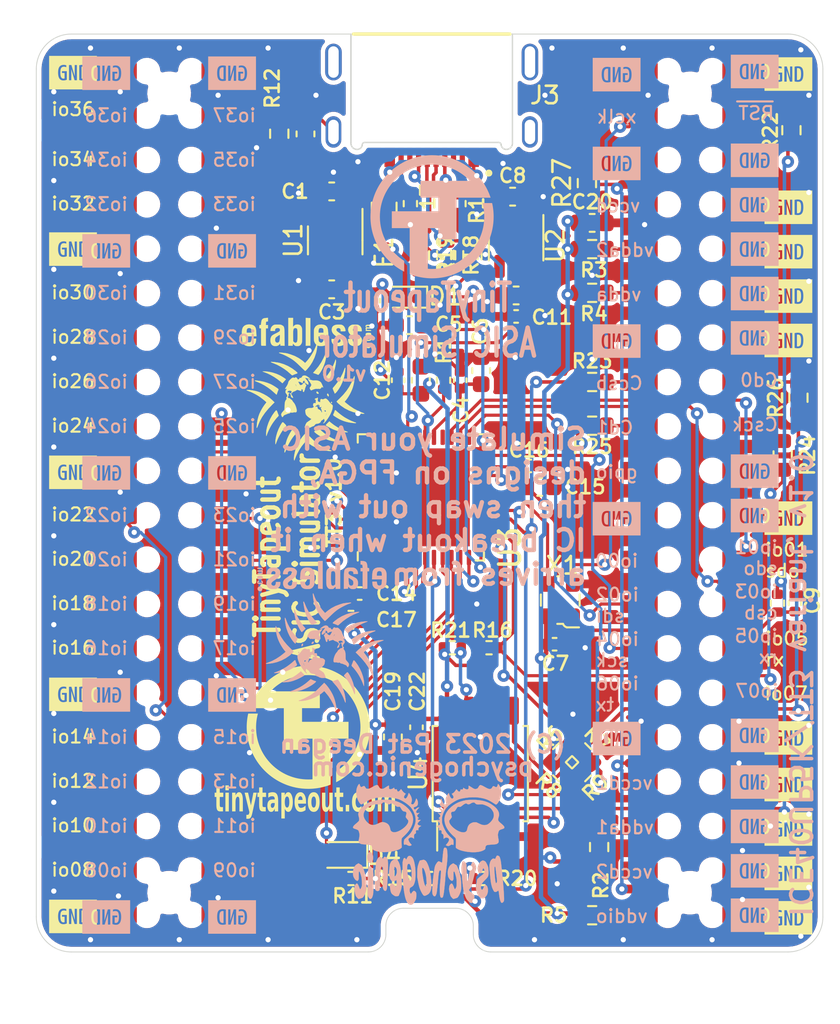
<source format=kicad_pcb>
(kicad_pcb (version 20221018) (generator pcbnew)
  (title_block (title "TinyTapeout ASIC Simulator (for TT3)") (date "2023-11-29") (rev "1.0") (company "Psychogenic Technologies") (comment 1 "(C) 2023 Pat Deegan"))
  (layers (0 "F.Cu" signal) (31 "B.Cu" signal) (34 "B.Paste" user) (35 "F.Paste" user) (36 "B.SilkS" user "B.Silkscreen") (37 "F.SilkS" user "F.Silkscreen") (38 "B.Mask" user) (39 "F.Mask" user) (44 "Edge.Cuts" user))
  (net 0 "")
  (net 1 "GND")
  (net 2 "vddio")
  (net 3 "vccd2")
  (net 4 "vccd1")
  (net 5 "vdda1")
  (net 6 "vdda2")
  (net 7 "mprj_io[18]")
  (net 8 "mprj_io[17]")
  (net 9 "mprj_io[16]")
  (net 10 "mprj_io[15]")
  (net 11 "mprj_io[14]")
  (net 12 "mprj_io[13]")
  (net 13 "mprj_io[12]")
  (net 14 "mprj_io[11]")
  (net 15 "mprj_io[10]")
  (net 16 "mprj_io[9]")
  (net 17 "mprj_io[8]")
  (net 18 "mprj_io[7]")
  (net 19 "mprj_io[6]_ser_tx")
  (net 20 "mprj_io[5]_ser_rx")
  (net 21 "mprj_io[0]")
  (net 22 "mprj_io[33]")
  (net 23 "mprj_io[32]")
  (net 24 "mprj_io[31]")
  (net 25 "mprj_io[30]")
  (net 26 "mprj_io[29]")
  (net 27 "mprj_io[28]")
  (net 28 "mprj_io[27]")
  (net 29 "mprj_io[26]")
  (net 30 "mprj_io[25]")
  (net 31 "mprj_io[24]")
  (net 32 "mprj_io[23]")
  (net 33 "mprj_io[22]")
  (net 34 "mprj_io[21]")
  (net 35 "mprj_io[20]")
  (net 36 "mprj_io[19]")
  (net 37 "mprj_io[4]_SCK")
  (net 38 "mprj_io[3]_CSB")
  (net 39 "mprj_io[2]_SDI")
  (net 40 "mprj_io[1]_SDO")
  (net 41 "gpio")
  (net 42 "Caravel_D0")
  (net 43 "Caravel_CSB")
  (net 44 "~{RST}")
  (net 45 "Caravel_D1")
  (net 46 "xclk")
  (net 47 "mprj_io[36]")
  (net 48 "mprj_io[37]")
  (net 49 "Caravel_SCK")
  (net 50 "mprj_io[34]")
  (net 51 "mprj_io[35]")
  (net 52 "vdda")
  (net 53 "vccd")
  (net 54 "+5V")
  (net 55 "+3V3")
  (net 56 "/VCC_PLL")
  (net 57 "+2V5")
  (net 58 "+1V8")
  (net 59 "+1V2")
  (net 60 "Net-(C18-Pad1)")
  (net 61 "/CDONE")
  (net 62 "VBUS")
  (net 63 "/FPGA_SO")
  (net 64 "/FLASH_MISO")
  (net 65 "/FLASH_MOSI")
  (net 66 "/FPGA_SI")
  (net 67 "/CRESET_N")
  (net 68 "/CC2")
  (net 69 "/CC1")
  (net 70 "/FT_SSn")
  (net 71 "/FT_SCK")
  (net 72 "/IOB_22A")
  (net 73 "usb_d+")
  (net 74 "/IOB_23B")
  (net 75 "usb_d-")
  (net 76 "/IOB_24A")
  (net 77 "Net-(U4-IO2)")
  (net 78 "Net-(U4-IO3)")
  (net 79 "/IOB_31B")
  (net 80 "/IOB_29B")
  (net 81 "/LED_G")
  (net 82 "/LED_B")
  (net 83 "/LED_R")
  (net 85 "/IOT_41A")
  (net 86 "/IOT_42B")
  (footprint "Capacitor_SMD:C_0603_1608Metric" (layer "F.Cu") (at 66 51 180)
    (fp_text reference "C17")
    (fp_text value "4.7u")
  )
  (footprint "flyingcarsfootprints:StitchingVia-0.3mm" (layer "F.Cu") (at 92.2 66.3 90)
    (fp_text reference "STITCH11" hide)
    (fp_text value "StitchingVia-0.3mm" hide)
  )
  (footprint "flyingcarsfootprints:StitchingVia-0.3mm" (layer "F.Cu") (at 56.18 69.3 90)
    (fp_text reference "STITCH22" hide)
    (fp_text value "StitchingVia-0.3mm" hide)
  )
  (footprint "BreakoutCommon:FH-00339" (layer "F.Cu") (at 55.6 43.75 90)
    (fp_text reference "CON2" hide)
    (fp_text value "REF-182665-01")
  )
  (footprint "flyingcarsfootprints:StitchingVia-0.3mm" (layer "F.Cu") (at 92.2 26.56 90)
    (fp_text reference "STITCH19" hide)
    (fp_text value "StitchingVia-0.3mm" hide)
  )
  (footprint "Capacitor_SMD:C_0402_1005Metric" (layer "F.Cu") (at 72.25 37.3 90)
    (fp_text reference "C4")
    (fp_text value "0.1u")
  )
  (footprint "flyingcarsfootprints:StitchingVia-0.3mm" (layer "F.Cu") (at 49 36.04)
    (fp_text reference "STITCH4" hide)
    (fp_text value "StitchingVia-0.3mm" hide)
  )
  (footprint "Capacitor_SMD:C_0603_1608Metric" (layer "F.Cu") (at 68.4 57.7 -90)
    (fp_text reference "C19")
    (fp_text value "DNI")
  )
  (footprint "Resistor_SMD:R_0603_1608Metric" (layer "F.Cu") (at 72.95 30.15 90)
    (fp_text reference "R17")
    (fp_text value "1k5")
  )
  (footprint "kibuzzard-6288F08E" (layer "F.Cu") (at 50.1 42.567)
    (fp_text reference "kibuzzard-6288F08E" hide)
    (fp_text value "G***" hide)
  )
  (footprint "Resistor_SMD:R_0603_1608Metric" (layer "F.Cu") (at 71.45 30.15 -90)
    (fp_text reference "R18")
    (fp_text value "68R")
  )
  (footprint "Fiducial:Fiducial_0.75mm_Mask1.5mm" (layer "F.Cu") (at 80 19)
    (fp_text reference "FID3" hide)
    (fp_text value "Fiducial")
  )
  (footprint "Resistor_SMD:R_0603_1608Metric" (layer "F.Cu") (at 79.5 26.025 90)
    (fp_text reference "R27")
    (fp_text value "0R")
  )
  (footprint "flyingcarsfootprints:StitchingVia-0.3mm" (layer "F.Cu") (at 56.18 18.3 90)
    (fp_text reference "STITCH36" hide)
    (fp_text value "StitchingVia-0.3mm" hide)
  )
  (footprint "flyingcarsfootprints:StitchingVia-0.3mm" (layer "F.Cu") (at 86.66 69.3 90)
    (fp_text reference "STITCH28" hide)
    (fp_text value "StitchingVia-0.3mm" hide)
  )
  (footprint "Resistor_SMD:R_0603_1608Metric" (layer "F.Cu") (at 79.2 58.6 -45)
    (fp_text reference "R7")
    (fp_text value "0R")
  )
  (footprint "flyingcarsfootprints:StitchingVia-0.3mm" (layer "F.Cu") (at 92.2 57.04 90)
    (fp_text reference "STITCH13" hide)
    (fp_text value "StitchingVia-0.3mm" hide)
  )
  (footprint "Capacitor_SMD:C_0402_1005Metric" (layer "F.Cu") (at 91.4 50.05 90)
    (fp_text reference "C9")
    (fp_text value "0.1u")
  )
  (footprint "Resistor_SMD:R_0603_1608Metric" (layer "F.Cu") (at 79.8 67.9 180)
    (fp_text reference "R5")
    (fp_text value "0R")
  )
  (footprint "Logos:TT_logo" (layer "F.Cu") (at 63.6 57.2)
    (fp_text reference "REF**" hide)
    (fp_text value "TT_logo")
  )
  (footprint "Capacitor_SMD:C_0603_1608Metric" (layer "F.Cu") (at 63.4 23.2125 -90)
    (fp_text reference "C18" hide)
    (fp_text value "6800pF")
  )
  (footprint "flyingcarsfootprints:StitchingVia-0.3mm" (layer "F.Cu") (at 60.6 24 90)
    (fp_text reference "STITCH32" hide)
    (fp_text value "StitchingVia-0.3mm" hide)
  )
  (footprint "Resistor_SMD:R_0603_1608Metric" (layer "F.Cu") (at 91.2 23 -90)
    (fp_text reference "R22")
    (fp_text value "0R")
  )
  (footprint "Package_TO_SOT_SMD:SOT-23-5" (layer "F.Cu") (at 75.45 29.65 -90)
    (fp_text reference "U2")
    (fp_text value "AP2112K-1.2")
  )
  (footprint "Resistor_SMD:R_0402_1005Metric" (layer "F.Cu") (at 90.4 50.05 90)
    (fp_text reference "R10" hide)
    (fp_text value "R_10k_0402")
  )
  (footprint "Capacitor_SMD:C_0603_1608Metric" (layer "F.Cu") (at 73.45 36.75 90)
    (fp_text reference "C6")
    (fp_text value "4.7u")
  )
  (footprint "kibuzzard-6288F08E" (layer "F.Cu") (at 91.027 19.787)
    (fp_text reference "kibuzzard-6288F08E" hide)
    (fp_text value "G***" hide)
  )
  (footprint "flyingcarsfootprints:StitchingVia-0.3mm" (layer "F.Cu") (at 65.1 41.7)
    (fp_text reference "STITCH1" hide)
    (fp_text value "StitchingVia-0.3mm" hide)
  )
  (footprint "flyingcarsfootprints:StitchingVia-0.3mm" (layer "F.Cu") (at 92.2 62.12 90)
    (fp_text reference "STITCH12" hide)
    (fp_text value "StitchingVia-0.3mm" hide)
  )
  (footprint "Logos:ef_logo" (layer "F.Cu") (at 63.4 34.6)
    (fp_text reference "EFABNAME" hide)
    (fp_text value "Logo" hide)
  )
  (footprint "Resistor_SMD:R_0603_1608Metric" (layer "F.Cu") (at 79.8 37.4 180)
    (fp_text reference "R23")
    (fp_text value "0R")
  )
  (footprint "flyingcarsfootprints:StitchingVia-0.3mm" (layer "F.Cu") (at 68.6 42.6)
    (fp_text reference "STITCH1" hide)
    (fp_text value "StitchingVia-0.3mm" hide)
  )
  (footprint "flyingcarsfootprints:StitchingVia-0.3mm" (layer "F.Cu") (at 79.8 36.1)
    (fp_text reference "STITCH1" hide)
    (fp_text value "StitchingVia-0.3mm" hide)
  )
  (footprint "flyingcarsfootprints:StitchingVia-0.3mm" (layer "F.Cu") (at 91.74 18.4 90)
    (fp_text reference "STITCH29" hide)
    (fp_text value "StitchingVia-0.3mm" hide)
  )
  (footprint "Oscillator:Oscillator_SMD_ECS_2520MV-xxx-xx-4Pin_2.5x2.0mm" (layer "F.Cu") (at 77.975 49.875 180)
    (fp_text reference "X1")
    (fp_text value "20MHz")
  )
  (footprint "Resistor_SMD:R_0603_1608Metric" (layer "F.Cu") (at 78.1 59.7 -45)
    (fp_text reference "R8")
    (fp_text value "0R")
  )
  (footprint "Resistor_SMD:R_0402_1005Metric" (layer "F.Cu") (at 73.5 65.8)
    (fp_text reference "R20")
    (fp_text value "R_10k_0402")
  )
  (footprint "flyingcarsfootprints:StitchingVia-0.3mm" (layer "F.Cu") (at 86.66 18.3 90)
    (fp_text reference "STITCH30" hide)
    (fp_text value "StitchingVia-0.3mm" hide)
  )
  (footprint "flyingcarsfootprints:StitchingVia-0.3mm" (layer "F.Cu") (at 63.6 35.6)
    (fp_text reference "STITCH1" hide)
    (fp_text value "StitchingVia-0.3mm" hide)
  )
  (footprint "Capacitor_SMD:C_0402_1005Metric" (layer "F.Cu") (at 75.45 33.65 180)
    (fp_text reference "C11")
    (fp_text value "0.1u")
  )
  (footprint "LED_SMD:LED_0603_1608Metric" (layer "F.Cu") (at 65.45 64.45 180)
    (fp_text reference "D4")
    (fp_text value "LED")
  )
  (footprint "Capacitor_SMD:C_0603_1608Metric" (layer "F.Cu") (at 79.8 28.3)
    (fp_text reference "C20")
    (fp_text value "DNI")
  )
  (footprint "kibuzzard-6288F08E" (layer "F.Cu") (at 91.027 68.047)
    (fp_text reference "kibuzzard-6288F08E" hide)
    (fp_text value "G***" hide)
  )
  (footprint "flyingcarsfootprints:StitchingVia-0.3mm" (layer "F.Cu") (at 49 25.88)
    (fp_text reference "STITCH2" hide)
    (fp_text value "StitchingVia-0.3mm" hide)
  )
  (footprint "flyingcarsfootprints:StitchingVia-0.3mm" (layer "F.Cu") (at 77.8 66.1)
    (fp_text reference "STITCH1" hide)
    (fp_text value "StitchingVia-0.3mm" hide)
  )
  (footprint "kibuzzard-6288F08E" (layer "F.Cu") (at 91.027 45.187)
    (fp_text reference "kibuzzard-6288F08E" hide)
    (fp_text value "G***" hide)
  )
  (footprint "Capacitor_SMD:C_0603_1608Metric" (layer "F.Cu") (at 64.9 32.1 180)
    (fp_text reference "C3")
    (fp_text value "4.7u")
  )
  (footprint "flyingcarsfootprints:StitchingVia-0.3mm" (layer "F.Cu") (at 51.1 69.3 90)
    (fp_text reference "STITCH21" hide)
    (fp_text value "StitchingVia-0.3mm" hide)
  )
  (footprint "Resistor_SMD:R_0603_1608Metric" (layer "F.Cu") (at 69.95 30.15 -90)
    (fp_text reference "R19")
    (fp_text value "68R")
  )
  (footprint "flyingcarsfootprints:StitchingVia-0.3mm" (layer "F.Cu") (at 83 21 90)
    (fp_text reference "STITCH21" hide)
    (fp_text value "StitchingVia-0.3mm" hide)
  )
  (footprint "Package_SO:SOIC-8_5.23x5.23mm_P1.27mm" (layer "F.Cu") (at 73.4 59.8 90)
    (fp_text reference "U4")
    (fp_text value "W25Q32JVSSIM")
  )
  (footprint "flyingcarsfootprints:StitchingVia-0.3mm" (layer "F.Cu") (at 79.8 31.3 90)
    (fp_text reference "STITCH18" hide)
    (fp_text value "StitchingVia-0.3mm" hide)
  )
  (footprint "Resistor_SMD:R_0402_1005Metric" (layer "F.Cu") (at 73.9 52.6)
    (fp_text reference "R16")
    (fp_text value "R_10k_0402")
  )
  (footprint "Resistor_SMD:R_0603_1608Metric" (layer "F.Cu") (at 79.8 32.3 180)
    (fp_text reference "R4")
    (fp_text value "0R")
  )
  (footprint "flyingcarsfootprints:StitchingVia-0.3mm" (layer "F.Cu") (at 76.5 69.3 90)
    (fp_text reference "STITCH26" hide)
    (fp_text value "StitchingVia-0.3mm" hide)
  )
  (footprint "Capacitor_SMD:C_0603_1608Metric" (layer "F.Cu") (at 64.9 26.5 180)
    (fp_text reference "C1")
    (fp_text value "4.7u")
  )
  (footprint "Resistor_SMD:R_0402_1005Metric" (layer "F.Cu") (at 66 65.8 180)
    (fp_text reference "R11")
    (fp_text value "R_2k_0402")
  )
  (footprint "Capacitor_SMD:C_0603_1608Metric" (layer "F.Cu") (at 75.25 26.8)
    (fp_text reference "C8")
    (fp_text value "4.7u")
  )
  (footprint "Fiducial:Fiducial_0.75mm_Mask1.5mm" (layer "F.Cu") (at 49 23)
    (fp_text reference "FID2" hide)
    (fp_text value "Fiducial")
  )
  (footprint "Resistor_SMD:R_0402_1005Metric" (layer "F.Cu") (at 71.3 37.3 90)
    (fp_text reference "R1")
    (fp_text value "R_100R_0402")
  )
  (footprint "flyingcarsfootprints:StitchingVia-0.3mm" (layer "F.Cu") (at 81.58 69.3 90)
    (fp_text reference "STITCH27" hide)
    (fp_text value "StitchingVia-0.3mm" hide)
  )
  (footprint "flyingcarsfootprints:StitchingVia-0.3mm" (layer "F.Cu") (at 91.74 69.1 90)
    (fp_text reference "STITCH29" hide)
    (fp_text value "StitchingVia-0.3mm" hide)
  )
  (footprint "kibuzzard-6288F08E" (layer "F.Cu") (at 91.027 35.027)
    (fp_text reference "kibuzzard-6288F08E" hide)
    (fp_text value "G***" hide)
  )
  (footprint "Fuse:Fuse_0805_2012Metric" (layer "F.Cu") (at 67.9 27.4 -90)
    (fp_text reference "F1")
    (fp_text value "350mA")
  )
  (footprint "flyingcarsfootprints:StitchingVia-0.3mm" (layer "F.Cu") (at 92.2 36.2 90)
    (fp_text reference "STITCH17" hide)
    (fp_text value "StitchingVia-0.3mm" hide)
  )
  (footprint "kibuzzard-6288F08E" (layer "F.Cu") (at 91.027 57.76)
    (fp_text reference "kibuzzard-6288F08E" hide)
    (fp_text value "G***" hide)
  )
  (footprint "flyingcarsfootprints:StitchingVia-0.3mm" (layer "F.Cu") (at 71.1 33)
    (fp_text reference "STITCH1" hide)
    (fp_text value "StitchingVia-0.3mm" hide)
  )
  (footprint "flyingcarsfootprints:StitchingVia-0.3mm" (layer "F.Cu") (at 92.2 31.64 90)
    (fp_text reference "STITCH18" hide)
    (fp_text value "StitchingVia-0.3mm" hide)
  )
  (footprint "flyingcarsfootprints:StitchingVia-0.3mm" (layer "F.Cu") (at 92.2 21 90)
    (fp_text reference "STITCH20" hide)
    (fp_text value "StitchingVia-0.3mm" hide)
  )
  (footprint "kibuzzard-6288F08E" (layer "F.Cu") (at 50.1 19.707)
    (fp_text reference "kibuzzard-6288F08E" hide)
    (fp_text value "G***" hide)
  )
  (footprint "Capacitor_SMD:C_0603_1608Metric" (layer "F.Cu") (at 75.45 32.45 180)
    (fp_text reference "C10" hide)
    (fp_text value "4.7u")
  )
  (footprint "flyingcarsfootprints:StitchingVia-0.3mm" (layer "F.Cu") (at 78.7 56.4)
    (fp_text reference "STITCH1" hide)
    (fp_text value "StitchingVia-0.3mm" hide)
  )
  (footprint "Capacitor_SMD:C_0603_1608Metric" (layer "F.Cu") (at 70 37.3 90)
    (fp_text reference "C13" hide)
    (fp_text value "4.7u")
  )
  (footprint "Resistor_SMD:R_0603_1608Metric" (layer "F.Cu") (at 80.2 64 -90)
    (fp_text reference "R2")
    (fp_text value "0R")
  )
  (footprint "flyingcarsfootprints:StitchingVia-0.3mm" (layer "F.Cu") (at 81.58 18.3 90)
    (fp_text reference "STITCH31" hide)
    (fp_text value "StitchingVia-0.3mm" hide)
  )
  (footprint "Resistor_SMD:R_0603_1608Metric" (layer "F.Cu") (at 91.6 38.3 -90)
    (fp_text reference "R26")
    (fp_text value "0R")
  )
  (footprint "flyingcarsfootprints:StitchingVia-0.3mm" (layer "F.Cu") (at 61.26 18.3 90)
    (fp_text reference "STITCH35" hide)
    (fp_text value "StitchingVia-0.3mm" hide)
  )
  (footprint "Capacitor_SMD:C_0402_1005Metric" (layer "F.Cu") (at 67.3 32.75 -90)
    (fp_text reference "C2" hide)
    (fp_text value "0.1u")
  )
  (footprint "flyingcarsfootprints:StitchingVia-0.3mm" (layer "F.Cu") (at 60 43.8)
    (fp_text reference "STITCH1" hide)
    (fp_text value "StitchingVia-0.3mm" hide)
  )
  (footprint "flyingcarsfootprints:StitchingVia-0.3mm" (layer "F.Cu") (at 77.1 21 90)
    (fp_text reference "STITCH32" hide)
    (fp_text value "StitchingVia-0.3mm" hide)
  )
  (footprint "flyingcarsfootprints:StitchingVia-0.3mm" (layer "F.Cu") (at 49 66.52)
    (fp_text reference "STITCH10" hide)
    (fp_text value "StitchingVia-0.3mm" hide)
  )
  (footprint "flyingcarsfootprints:StitchingVia-0.3mm" (layer "F.Cu") (at 77.5 18.3 90)
    (fp_text reference "STITCH32" hide)
    (fp_text value "StitchingVia-0.3mm" hide)
  )
  (footprint "Resistor_SMD:R_0603_1608Metric" (layer "F.Cu") (at 90.7 41.6 -90)
    (fp_text reference "R24")
    (fp_text value "0R")
  )
  (footprint "flyingcarsfootprints:StitchingVia-0.3mm" (layer "F.Cu") (at 66.5 58.7)
    (fp_text reference "STITCH1" hide)
    (fp_text value "StitchingVia-0.3mm" hide)
  )
  (footprint "flyingcarsfootprints:StitchingVia-0.3mm" (layer "F.Cu") (at 49 61.44)
    (fp_text reference "STITCH9" hide)
    (fp_text value "StitchingVia-0.3mm" hide)
  )
  (footprint "Resistor_SMD:R_0603_1608Metric" (layer "F.Cu") (at 79.8 29.8 180)
    (fp_text reference "R3")
    (fp_text value "0R")
  )
  (footprint "Capacitor_SMD:C_0402_1005Metric" (layer "F.Cu") (at 76.2 42.2)
    (fp_text reference "C16")
    (fp_text value "0.1u")
  )
  (footprint "flyingcarsfootprints:StitchingVia-0.3mm" (layer "F.Cu") (at 77.1 33.6)
    (fp_text reference "STITCH1" hide)
    (fp_text value "StitchingVia-0.3mm" hide)
  )
  (footprint "flyingcarsfootprints:StitchingVia-0.3mm" (layer "F.Cu") (at 68.6 45.4)
    (fp_text reference "STITCH1" hide)
    (fp_text value "StitchingVia-0.3mm" hide)
  )
  (footprint "Resistor_SMD:R_0603_1608Metric" (layer "F.Cu") (at 61.9 23.2 -90)
    (fp_text reference "R12")
    (fp_text value "1M")
  )
  (footprint "Capacitor_SMD:C_0402_1005Metric" (layer "F.Cu") (at 66.5 49.5 180)
    (fp_text reference "C14")
    (fp_text value "0.1u")
  )
  (footprint "flyingcarsfootprints:StitchingVia-0.3mm" (layer "F.Cu") (at 63.7 46.9)
    (fp_text reference "STITCH1" hide)
    (fp_text value "StitchingVia-0.3mm" hide)
  )
  (footprint "Logos:ef_logo_graphical" (layer "F.Cu") (at 63.4 38.5 -90)
    (fp_text reference "REF**" hide)
    (fp_text value "Logo" hide)
  )
  (footprint "flyingcarsfootprints:StitchingVia-0.3mm" (layer "F.Cu") (at 49 46.2)
    (fp_text reference "STITCH6" hide)
    (fp_text value "StitchingVia-0.3mm" hide)
  )
  (footprint "flyingcarsfootprints:StitchingVia-0.3mm" (layer "F.Cu") (at 73.2 50.1)
    (fp_text reference "STITCH1" hide)
    (fp_text value "StitchingVia-0.3mm" hide)
  )
  (footprint "Capacitor_SMD:C_0402_1005Metric" (layer "F.Cu") (at 77.65 52.4)
    (fp_text reference "C7")
    (fp_text value "0.1u")
  )
  (footprint "flyingcarsfootprints:StitchingVia-0.3mm" (layer "F.Cu") (at 67.3 30.6)
    (fp_text reference "STITCH1" hide)
    (fp_text value "StitchingVia-0.3mm" hide)
  )
  (footprint "flyingcarsfootprints:StitchingVia-0.3mm" (layer "F.Cu") (at 49 30.96)
    (fp_text reference "STITCH3" hide)
    (fp_text value "StitchingVia-0.3mm" hide)
  )
  (footprint "Capacitor_SMD:C_0603_1608Metric" (layer "F.Cu") (at 69.35 34.15 180)
    (fp_text reference "C5")
    (fp_text value "4.7u")
  )
  (footprint "flyingcarsfootprints:StitchingVia-0.3mm" (layer "F.Cu") (at 62.4 39)
    (fp_text reference "STITCH1" hide)
    (fp_text value "StitchingVia-0.3mm" hide)
  )
  (footprint "TinyTapeout:GCT_USB4500-03-0-A_REVA" (layer "F.Cu") (at 70.62 19.1 180)
    (fp_text reference "J3")
    (fp_text value "USB4500-03-0-A_REVA")
    (fp_line (start -4.62 1.6) (end -4.62 -4.6) (stroke (width 0.08)) (layer "Edge.Cuts"))
    (fp_line (start -3.82 -4.6) (end 3.82 -4.6) (stroke (width 0.08)) (layer "Edge.Cuts"))
    (fp_line (start 4.62 -4.6) (end 4.62 1.6) (stroke (width 0.08)) (layer "Edge.Cuts"))
    (fp_arc (start -4.619999 -4.6) (mid -4.540342 -4.867309) (end -4.295 -5) (stroke (width 0.08)) (layer "Edge.Cuts"))
    (fp_arc (start -4.295 -5) (mid -4.07451 -4.92731) (end -3.97 -4.72) (stroke (width 0.08)) (layer "Edge.Cuts"))
    (fp_arc (start -3.820001 -4.600001) (mid -3.919852 -4.628935) (end -3.969999 -4.72) (stroke (width 0.08)) (layer "Edge.Cuts"))
    (fp_arc (start 3.969999 -4.720001) (mid 3.919852 -4.628935) (end 3.82 -4.600001) (stroke (width 0.08)) (layer "Edge.Cuts"))
    (fp_arc (start 3.970002 -4.720001) (mid 4.074512 -4.927309) (end 4.295 -4.999999) (stroke (width 0.08)) (layer "Edge.Cuts"))
    (fp_arc (start 4.295 -5) (mid 4.540343 -4.86731) (end 4.62 -4.6) (stroke (width 0.08)) (layer "Edge.Cuts"))
  )
  (footprint "Resistor_SMD:R_0402_1005Metric" (layer "F.Cu") (at 69.4 27.2 -90)
    (fp_text reference "R13")
    (fp_text value "5.1k")
  )
  (footprint "Resistor_SMD:R_0402_1005Metric" (layer "F.Cu") (at 72.18 27.2 -90)
    (fp_text reference "R14")
    (fp_text value "5.1k")
  )
  (footprint "flyingcarsfootprints:StitchingVia-0.3mm" (layer "F.Cu") (at 49 20.8)
    (fp_text reference "STITCH1" hide)
    (fp_text value "StitchingVia-0.3mm" hide)
  )
  (footprint "Package_DFN_QFN:QFN-48-1EP_7x7mm_P0.5mm_EP5.6x5.6mm" (layer "F.Cu") (at 70 44 90)
    (fp_text reference "U3")
    (fp_text value "ICE40UP5K-SG48ITR")
  )
  (footprint "flyingcarsfootprints:StitchingVia-0.3mm" (layer "F.Cu") (at 51.1 18.3 90)
    (fp_text reference "STITCH37" hide)
    (fp_text value "StitchingVia-0.3mm" hide)
  )
  (footprint "kibuzzard-6288F08E" (layer "F.Cu") (at 50.1 29.8)
    (fp_text reference "kibuzzard-6288F08E" hide)
    (fp_text value "G***" hide)
  )
  (footprint "Resistor_SMD:R_0603_1608Metric" (layer "F.Cu") (at 78.1 58.6 -135)
    (fp_text reference "R6")
    (fp_text value "0R")
  )
  (footprint "flyingcarsfootprints:StitchingVia-0.3mm" (layer "F.Cu") (at 62.1 54)
    (fp_text reference "STITCH1" hide)
    (fp_text value "StitchingVia-0.3mm" hide)
  )
  (footprint "kibuzzard-6288F08E" (layer "F.Cu") (at 91.027 29.947)
    (fp_text reference "kibuzzard-6288F08E" hide)
    (fp_text value "G***" hide)
  )
  (footprint "flyingcarsfootprints:StitchingVia-0.3mm" (layer "F.Cu") (at 66.34 69.3 90)
    (fp_text reference "STITCH24" hide)
    (fp_text value "StitchingVia-0.3mm" hide)
  )
  (footprint "kibuzzard-6288F08E" (layer "F.Cu") (at 50.1 55.267)
    (fp_text reference "kibuzzard-6288F08E" hide)
    (fp_text value "G***" hide)
  )
  (footprint "flyingcarsfootprints:StitchingVia-0.3mm" (layer "F.Cu") (at 61.26 69.3 90)
    (fp_text reference "STITCH23" hide)
    (fp_text value "StitchingVia-0.3mm" hide)
  )
  (footprint "NetTie:NetTie-2_SMD_Pad0.5mm" (layer "F.Cu") (at 82.4 59.2 180)
    (fp_text reference "NT2" hide)
    (fp_text value "NetTie_2" hide)
  )
  (footprint "flyingcarsfootprints:StitchingVia-0.3mm" (layer "F.Cu") (at 75.5 40.9)
    (fp_text reference "STITCH1" hide)
    (fp_text value "StitchingVia-0.3mm" hide)
  )
  (footprint "Resistor_SMD:R_0603_1608Metric" (layer "F.Cu") (at 79.8 39.9 180)
    (fp_text reference "R25")
    (fp_text value "0R")
  )
  (footprint "NetTie:NetTie-2_SMD_Pad0.5mm" (layer "F.Cu") (at 82 26.1 180)
    (fp_text reference "NT3" hide)
    (fp_text value "NetTie_2" hide)
  )
  (footprint "flyingcarsfootprints:StitchingVia-0.3mm" (layer "F.Cu") (at 49 51.28)
    (fp_text reference "STITCH7" hide)
    (fp_text value "StitchingVia-0.3mm" hide)
  )
  (footprint "kibuzzard-6288F08E" (layer "F.Cu") (at 91.027 62.967)
    (fp_text reference "kibuzzard-6288F08E" hide)
    (fp_text value "G***" hide)
  )
  (footprint "kibuzzard-6288F08E" (layer "F.Cu") (at 91.027 60.427)
    (fp_text reference "kibuzzard-6288F08E" hide)
    (fp_text value "G***" hide)
  )
  (footprint "BreakoutCommon:FH-00339" (layer "F.Cu") (at 85.4 43.75 90)
    (fp_text reference "CON1" hide)
    (fp_text value "REF-182665-01")
  )
  (footprint "flyingcarsfootprints:StitchingVia-0.3mm" (layer "F.Cu") (at 49 41.12)
    (fp_text reference "STITCH5" hide)
    (fp_text value "StitchingVia-0.3mm" hide)
  )
  (footprint "kibuzzard-6288F08E" (layer "F.Cu") (at 91.027 32.487)
    (fp_text reference "kibuzzard-6288F08E" hide)
    (fp_text value "G***" hide)
  )
  (footprint "flyingcarsfootprints:StitchingVia-0.3mm" (layer "F.Cu") (at 66.4 39.2)
    (fp_text reference "STITCH1" hide)
    (fp_text value "StitchingVia-0.3mm" hide)
  )
  (footprint "kibuzzard-6288F08E" (layer "F.Cu") (at 91.027 65.507)
    (fp_text reference "kibuzzard-6288F08E" hide)
    (fp_text value "G***" hide)
  )
  (footprint "Resistor_SMD:R_0402_1005Metric" (layer "F.Cu") (at 71.8 52.6)
    (fp_text reference "R21")
    (fp_text value "R_10k_0402")
  )
  (footprint "Resistor_SMD:R_0402_1005Metric" (layer "F.Cu") (at 70.5 65.8)
    (fp_text reference "R15")
    (fp_text value "R_10k_0402")
  )
  (footprint "kibuzzard-6288F08E" (layer "F.Cu") (at 91.027 27.407)
    (fp_text reference "kibuzzard-6288F08E" hide)
    (fp_text value "G***" hide)
  )
  (footprint "Capacitor_SMD:C_0402_1005Metric" (layer "F.Cu") (at 68.7 37.3 90)
    (fp_text reference "C12")
    (fp_text value "0.1u")
  )
  (footprint "flyingcarsfootprints:StitchingVia-0.3mm" (layer "F.Cu") (at 73.4 57.7)
    (fp_text reference "STITCH1" hide)
    (fp_text value "StitchingVia-0.3mm" hide)
  )
  (footprint "flyingcarsfootprints:StitchingVia-0.3mm" (layer "F.Cu") (at 64 21 90)
    (fp_text reference "STITCH32" hide)
    (fp_text value "StitchingVia-0.3mm" hide)
  )
  (footprint "Fiducial:Fiducial_0.75mm_Mask1.5mm" (layer "F.Cu") (at 49 64)
    (fp_text reference "FID1" hide)
    (fp_text value "Fiducial")
  )
  (footprint "Diode_SMD:D_SOD-523" (layer "F.Cu") (at 69.1 32.55 180)
    (fp_text reference "D1")
    (fp_text value "1N4148WT-7")
  )
  (footprint "Capacitor_SMD:C_0603_1608Metric" (layer "F.Cu") (at 76.8 43.4)
    (fp_text reference "C15")
    (fp_text value "4.7u")
  )
  (footprint "Resistor_SMD:R_0603_1608Metric" (layer "F.Cu") (at 79.2 59.7 -135)
    (fp_text reference "R9")
    (fp_text value "0R")
  )
  (footprint "flyingcarsfootprints:StitchingVia-0.3mm" (layer "F.Cu") (at 60.2 58.6)
    (fp_text reference "STITCH1" hide)
    (fp_text value "StitchingVia-0.3mm" hide)
  )
  (footprint "flyingcarsfootprints:StitchingVia-0.3mm" (layer "F.Cu") (at 49 56.36)
    (fp_text reference "STITCH8" hide)
    (fp_text value "StitchingVia-0.3mm" hide)
  )
  (footprint "Package_TO_SOT_SMD:SOT-23-5" (layer "F.Cu") (at 65.1 29.3 -90)
    (fp_text reference "U1")
    (fp_text value "AP2112K-3.3")
  )
  (footprint "NetTie:NetTie-2_SMD_Pad0.5mm" (layer "F.Cu") (at 82 66.4 180)
    (fp_text reference "NT1" hide)
    (fp_text value "NetTie_2" hide)
  )
  (footprint "Capacitor_SMD:C_0402_1005Metric" (layer "F.Cu") (at 69.75 57.15 -90)
    (fp_text reference "C22")
    (fp_text value "0.1u")
  )
  (footprint "kibuzzard-6288F08E" (layer "F.Cu") (at 50.1 67.967)
    (fp_text reference "kibuzzard-6288F08E" hide)
    (fp_text value "G***" hide)
  )
  (footprint "kibuzzard-6288F08E" (layer "B.Cu") (at 89.1 34.88 180)
    (fp_text reference "kibuzzard-6288F08E" hide)
    (fp_text value "G***" hide)
  )
  (footprint "kibuzzard-6288F08E" (layer "B.Cu") (at 89.1 42.5 180)
    (fp_text reference "kibuzzard-6288F08E" hide)
    (fp_text value "G***" hide)
  )
  (footprint "Logos:ef_logo" (layer "B.Cu") (at 64.4 48.5 180)
    (fp_text reference "EFABNAME" hide)
    (fp_text value "Logo" hide)
  )
  (footprint "kibuzzard-6288F08E" (layer "B.Cu") (at 59.2 68 180)
    (fp_text reference "kibuzzard-6288F08E" hide)
    (fp_text value "G***" hide)
  )
  (footprint "kibuzzard-6288F08E" (layer "B.Cu") (at 81.2 24.9 180)
    (fp_text reference "kibuzzard-6288F08E" hide)
    (fp_text value "G***" hide)
  )
  (footprint "kibuzzard-6288F08E" (layer "B.Cu") (at 81.2 35.06 180)
    (fp_text reference "kibuzzard-6288F08E" hide)
    (fp_text value "G***" hide)
  )
  (footprint "kibuzzard-6288F08E" (layer "B.Cu") (at 89.1 65.36 180)
    (fp_text reference "kibuzzard-6288F08E" hide)
    (fp_text value "G***" hide)
  )
  (footprint "kibuzzard-6288F08E" (layer "B.Cu") (at 89.1 27.26 180)
    (fp_text reference "kibuzzard-6288F08E" hide)
    (fp_text value "G***" hide)
  )
  (footprint "kibuzzard-6288F08E" (layer "B.Cu") (at 59.2 42.6 180)
    (fp_text reference "kibuzzard-6288F08E" hide)
    (fp_text value "G***" hide)
  )
  (footprint "kibuzzard-6288F08E" (layer "B.Cu") (at 89.1 45.04 180)
    (fp_text reference "kibuzzard-6288F08E" hide)
    (fp_text value "G***" hide)
  )
  (footprint "kibuzzard-6288F08E" (layer "B.Cu") (at 59.2 19.74 180)
    (fp_text reference "kibuzzard-6288F08E" hide)
    (fp_text value "G***" hide)
  )
  (footprint "kibuzzard-6288F08E" (layer "B.Cu") (at 59.2 29.9 180)
    (fp_text reference "kibuzzard-6288F08E" hide)
    (fp_text value "G***" hide)
  )
  (footprint "kibuzzard-6288F08E" (layer "B.Cu") (at 59.2 55.3 180)
    (fp_text reference "kibuzzard-6288F08E" hide)
    (fp_text value "G***" hide)
  )
  (footprint "kibuzzard-6288F08E" (layer "B.Cu") (at 81.2 19.82 180)
    (fp_text reference "kibuzzard-6288F08E" hide)
    (fp_text value "G***" hide)
  )
  (footprint "kibuzzard-6288F08E" (layer "B.Cu") (at 81.2 45.22 180)
    (fp_text reference "kibuzzard-6288F08E" hide)
    (fp_text value "G***" hide)
  )
  (footprint "flyingcarsfootprints:PsychoLogoSmall" (layer "B.Cu") (at 70.5 63.8 180)
    (fp_text reference "G***" hide)
    (fp_text value "LOGO" hide)
  )
  (footprint "Logos:ef_logo_graphical" (layer "B.Cu") (at 64.5 52.8 -90)
    (fp_text reference "EFABLOGO" hide)
    (fp_text value "Logo" hide)
  )
  (footprint "kibuzzard-6288F08E" (layer "B.Cu") (at 89.1 19.64 180)
    (fp_text reference "kibuzzard-6288F08E" hide)
    (fp_text value "G***" hide)
  )
  (footprint "kibuzzard-6288F08E" (layer "B.Cu") (at 81.2 57.793 180)
    (fp_text reference "kibuzzard-6288F08E" hide)
    (fp_text value "G***" hide)
  )
  (footprint "Logos:TT_logo" (layer "B.Cu") (at 70.6 28 180)
    (fp_text reference "REF**" hide)
    (fp_text value "TT_logo")
  )
  (footprint "kibuzzard-6288F08E" (layer "B.Cu") (at 52 55.3 180)
    (fp_text reference "kibuzzard-6288F08E" hide)
    (fp_text value "G***" hide)
  )
  (footprint "kibuzzard-6288F08E" (layer "B.Cu") (at 89.1 67.9 180)
    (fp_text reference "kibuzzard-6288F08E" hide)
    (fp_text value "G***" hide)
  )
  (footprint "kibuzzard-6288F08E" (layer "B.Cu") (at 89.1 29.8 180)
    (fp_text reference "kibuzzard-6288F08E" hide)
    (fp_text value "G***" hide)
  )
  (footprint "kibuzzard-6288F08E" (layer "B.Cu") (at 89.1 57.613 180)
    (fp_text reference "kibuzzard-6288F08E" hide)
    (fp_text value "G***" hide)
  )
  (footprint "kibuzzard-6288F08E" (layer "B.Cu") (at 89.1 32.34 180)
    (fp_text reference "kibuzzard-6288F08E" hide)
    (fp_text value "G***" hide)
  )
  (footprint "kibuzzard-6288F08E" (layer "B.Cu") (at 89.1 24.72 180)
    (fp_text reference "kibuzzard-6288F08E" hide)
    (fp_text value "G***" hide)
  )
  (footprint "kibuzzard-6288F08E" (layer "B.Cu") (at 89.1 62.82 180)
    (fp_text reference "kibuzzard-6288F08E" hide)
    (fp_text value "G***" hide)
  )
  (footprint "kibuzzard-6288F08E" (layer "B.Cu") (at 52 19.74 180)
    (fp_text reference "kibuzzard-6288F08E" hide)
    (fp_text value "G***" hide)
  )
  (footprint "kibuzzard-6288F08E" (layer "B.Cu") (at 52 42.6 180)
    (fp_text reference "kibuzzard-6288F08E" hide)
    (fp_text value "G***" hide)
  )
  (footprint "kibuzzard-6288F08E" (layer "B.Cu") (at 52 29.9 180)
    (fp_text reference "kibuzzard-6288F08E" hide)
    (fp_text value "G***" hide)
  )
  (footprint "kibuzzard-6288F08E" (layer "B.Cu") (at 52 68 180)
    (fp_text reference "kibuzzard-6288F08E" hide)
    (fp_text value "G***" hide)
  )
  (footprint "kibuzzard-6288F08E" (layer "B.Cu") (at 89.1 60.28 180)
    (fp_text reference "kibuzzard-6288F08E" hide)
    (fp_text value "G***" hide)
  )
  (gr_line (start 90.127 21.353) (end 88.095 21.353) (stroke (width 0.12)) (layer "B.SilkS"))
  (gr_arc (start 74 70) (mid 73.292893 69.707107) (end 73 69) (stroke (width 0.05)) (layer "Edge.Cuts"))
  (gr_line (start 73 69) (end 73 68.5) (stroke (width 0.05)) (layer "Edge.Cuts"))
  (gr_line (start 66 17.5) (end 50 17.5) (stroke (width 0.05)) (layer "Edge.Cuts"))
  (gr_arc locked (start 48 19.5) (mid 48.585786 18.085786) (end 50 17.5) (stroke (width 0.05)) (layer "Edge.Cuts"))
  (gr_arc locked (start 93 68) (mid 92.414214 69.414214) (end 91 70) (stroke (width 0.05)) (layer "Edge.Cuts"))
  (gr_line (start 68 68.5) (end 68 69) (stroke (width 0.05)) (layer "Edge.Cuts"))
  (gr_arc (start 68 69) (mid 67.707107 69.707107) (end 67 70) (stroke (width 0.05)) (layer "Edge.Cuts"))
  (gr_line (start 72 67.5) (end 69 67.5) (stroke (width 0.05)) (layer "Edge.Cuts"))
  (gr_arc locked (start 91 17.5) (mid 92.414214 18.085786) (end 93 19.5) (stroke (width 0.05)) (layer "Edge.Cuts"))
  (gr_arc (start 72 67.5) (mid 72.707107 67.792893) (end 73 68.5) (stroke (width 0.05)) (layer "Edge.Cuts"))
  (gr_arc (start 50 70) (mid 48.585786 69.414214) (end 48 68) (stroke (width 0.05)) (layer "Edge.Cuts"))
  (gr_line locked (start 93 68) (end 93 19.5) (stroke (width 0.05)) (layer "Edge.Cuts"))
  (gr_line (start 75.24 17.5) (end 91 17.5) (stroke (width 0.05)) (layer "Edge.Cuts"))
  (gr_line (start 50 70) (end 67 70) (stroke (width 0.05)) (layer "Edge.Cuts"))
  (gr_line locked (start 48 68) (end 48 19.5) (stroke (width 0.05)) (layer "Edge.Cuts"))
  (gr_arc (start 68 68.5) (mid 68.292893 67.792893) (end 69 67.5) (stroke (width 0.05)) (layer "Edge.Cuts"))
  (gr_line (start 91 70) (end 74 70) (stroke (width 0.05)) (layer "Edge.Cuts"))
  (gr_text "v1.0" (at 65.6 37.4) (layer "B.SilkS") (effects (font (size 0.8 0.8) (thickness 0.18) bold) (justify bottom mirror)))
  (gr_text "io01\nsdo" (at 90.497 47.453) (layer "B.SilkS") (effects (font (size 0.75 0.75) (thickness 0.12)) (justify left mirror)))
  (gr_text "io19" (at 59.327 50.093) (layer "B.SilkS") (effects (font (size 0.75 0.75) (thickness 0.12)) (justify mirror)))
  (gr_text "io13" (at 59.327 60.253) (layer "B.SilkS") (effects (font (size 0.75 0.75) (thickness 0.12)) (justify mirror)))
  (gr_text "io25" (at 59.327 39.933) (layer "B.SilkS") (effects (font (size 0.75 0.75) (thickness 0.12)) (justify mirror)))
  (gr_text "io33" (at 59.327 27.233) (layer "B.SilkS") (effects (font (size 0.75 0.75) (thickness 0.12)) (justify mirror)))
  (gr_text "io36" (at 52 22.153) (layer "B.SilkS") (effects (font (size 0.75 0.75) (thickness 0.12)) (justify mirror)))
  (gr_text "io07" (at 89.227 55.073) (layer "B.SilkS") (effects (font (size 0.75 0.75) (thickness 0.12)) (justify mirror)))
  (gr_text "io00" (at 81.2 47.633) (layer "B.SilkS") (effects (font (size 0.75 0.75) (thickness 0.12)) (justify mirror)))
  (gr_text "io26" (at 52 37.393) (layer "B.SilkS") (effects (font (size 0.75 0.75) (thickness 0.12)) (justify mirror)))
  (gr_text "(C) 2023 Pat Deegan" (at 70.1 58.7) (layer "B.SilkS") (effects (font (size 1 1) (thickness 0.2) bold) (justify bottom mirror)))
  (gr_text "io09" (at 59.327 65.333) (layer "B.SilkS") (effects (font (size 0.75 0.75) (thickness 0.12)) (justify mirror)))
  (gr_text "ICE40UP5K/TT3 variant, v1.0" (at 91 68.1 270) (layer "B.SilkS") (effects (font (size 1.2 1.2) (thickness 0.2) bold) (justify left bottom mirror)))
  (gr_text "io28" (at 52 34.853) (layer "B.SilkS") (effects (font (size 0.75 0.75) (thickness 0.12)) (justify mirror)))
  (gr_text "io16" (at 52 52.633) (layer "B.SilkS") (effects (font (size 0.75 0.75) (thickness 0.12)) (justify mirror)))
  (gr_text "io03\ncsb" (at 90.497 49.993) (layer "B.SilkS") (effects (font (size 0.75 0.75) (thickness 0.12)) (justify left mirror)))
  (gr_text "io37" (at 59.327 22.153) (layer "B.SilkS") (effects (font (size 0.75 0.75) (thickness 0.12)) (justify mirror)))
  (gr_text "io15" (at 59.327 57.713) (layer "B.SilkS") (effects (font (size 0.75 0.75) (thickness 0.12)) (justify mirror)))
  (gr_text "vccd1" (at 79.93 60.333) (layer "B.SilkS") (effects (font (size 0.75 0.75) (thickness 0.12)) (justify right mirror)))
  (gr_text "io21" (at 59.327 47.553) (layer "B.SilkS") (effects (font (size 0.75 0.75) (thickness 0.12)) (justify mirror)))
  (gr_text "vccd2" (at 79.93 65.413) (layer "B.SilkS") (effects (font (size 0.75 0.75) (thickness 0.12)) (justify right mirror)))
  (gr_text "io30" (at 52 32.313) (layer "B.SilkS") (effects (font (size 0.75 0.75) (thickness 0.12)) (justify mirror)))
  (gr_text "Cd0" (at 90.497 37.293) (layer "B.SilkS") (effects (font (size 0.75 0.75) (thickness 0.12)) (justify left mirror)))
  (gr_text "io04\nsck" (at 79.93 52.713) (layer "B.SilkS") (effects (font (size 0.75 0.75) (thickness 0.12)) (justify right mirror)))
  (gr_text "io32" (at 52 27.233) (layer "B.SilkS") (effects (font (size 0.75 0.75) (thickness 0.12)) (justify mirror)))
  (gr_text "gpio" (at 79.93 42.553) (layer "B.SilkS") (effects (font (size 0.75 0.75) (thickness 0.12)) (justify right mirror)))
  (gr_text "io20" (at 52 47.553) (layer "B.SilkS") (effects (font (size 0.75 0.75) (thickness 0.12)) (justify mirror)))
  (gr_text "io18" (at 52 50.093) (layer "B.SilkS") (effects (font (size 0.75 0.75) (thickness 0.12)) (justify mirror)))
  (gr_text "io24" (at 52 39.933) (layer "B.SilkS") (effects (font (size 0.75 0.75) (thickness 0.12)) (justify mirror)))
  (gr_text "vdda1" (at 79.93 62.873) (layer "B.SilkS") (effects (font (size 0.75 0.75) (thickness 0.12)) (justify right mirror)))
  (gr_text "io35" (at 59.327 24.693) (layer "B.SilkS") (effects (font (size 0.75 0.75) (thickness 0.12)) (justify mirror)))
  (gr_text "io12" (at 52 60.253) (layer "B.SilkS") (effects (font (size 0.75 0.75) (thickness 0.12)) (justify mirror)))
  (gr_text "Simulate your ASIC\ndesigns on FPGA, \nthen swap out with \nIC breakout when it\narrives from" (at 79.6 49.1) (layer "B.SilkS") (effects (font (size 1.2 1.2) (thickness 0.25) bold) (justify left bottom mirror)))
  (gr_text "RST" (at 89.189 22.025) (layer "B.SilkS") (effects (font (size 0.75 0.75) (thickness 0.12)) (justify mirror)))
  (gr_text "io05\nrx" (at 90.497 52.533) (layer "B.SilkS") (effects (font (size 0.75 0.75) (thickness 0.12)) (justify left mirror)))
  (gr_text "io08" (at 52 65.333) (layer "B.SilkS") (effects (font (size 0.75 0.75) (thickness 0.12)) (justify mirror)))
  (gr_text "vdda" (at 79.93 32.393) (layer "B.SilkS") (effects (font (size 0.75 0.75) (thickness 0.12)) (justify right mirror)))
  (gr_text "io06\ntx" (at 79.93 55.253) (layer "B.SilkS") (effects (font (size 0.75 0.75) (thickness 0.12)) (justify right mirror)))
  (gr_text "io10" (at 52 62.793) (layer "B.SilkS") (effects (font (size 0.75 0.75) (thickness 0.12)) (justify mirror)))
  (gr_text "io22" (at 52 45.013) (layer "B.SilkS") (effects (font (size 0.75 0.75) (thickness 0.12)) (justify mirror)))
  (gr_text "psychogenic.com" (at 70.1 60) (layer "B.SilkS") (effects (font (size 1 1) (thickness 0.2) bold) (justify bottom mirror)))
  (gr_text "Csck" (at 90.497 39.833) (layer "B.SilkS") (effects (font (size 0.75 0.75) (thickness 0.12)) (justify left mirror)))
  (gr_text "xclk" (at 81.2 22.233) (layer "B.SilkS") (effects (font (size 0.75 0.75) (thickness 0.12)) (justify mirror)))
  (gr_text "TinyTapeout\nASIC Simulator" (at 70.4 36.1) (layer "B.SilkS") (effects (font (size 1.6 1.1) (thickness 0.25) bold) (justify bottom mirror)))
  (gr_text "vdda2" (at 79.93 29.853) (layer "B.SilkS") (effects (font (size 0.75 0.75) (thickness 0.12)) (justify right mirror)))
  (gr_text "io23" (at 59.327 45.013) (layer "B.SilkS") (effects (font (size 0.75 0.75) (thickness 0.12)) (justify mirror)))
  (gr_text "io17" (at 59.327 52.633) (layer "B.SilkS") (effects (font (size 0.75 0.75) (thickness 0.12)) (justify mirror)))
  (gr_text "Cd1" (at 79.93 40.013) (layer "B.SilkS") (effects (font (size 0.75 0.75) (thickness 0.12)) (justify right mirror)))
  (gr_text "io27" (at 59.327 37.393) (layer "B.SilkS") (effects (font (size 0.75 0.75) (thickness 0.12)) (justify mirror)))
  (gr_text "vddio" (at 79.93 67.953) (layer "B.SilkS") (effects (font (size 0.75 0.75) (thickness 0.12)) (justify right mirror)))
  (gr_text "vccd" (at 79.93 27.313) (layer "B.SilkS") (effects (font (size 0.75 0.75) (thickness 0.12)) (justify right mirror)))
  (gr_text "io31" (at 59.327 32.313) (layer "B.SilkS") (effects (font (size 0.75 0.75) (thickness 0.12)) (justify mirror)))
  (gr_text "io11" (at 59.327 62.793) (layer "B.SilkS") (effects (font (size 0.75 0.75) (thickness 0.12)) (justify mirror)))
  (gr_text "io02\nsdi" (at 79.93 50.173) (layer "B.SilkS") (effects (font (size 0.75 0.75) (thickness 0.12)) (justify right mirror)))
  (gr_text "io29" (at 59.327 34.853) (layer "B.SilkS") (effects (font (size 0.75 0.75) (thickness 0.12)) (justify mirror)))
  (gr_text "io34" (at 52 24.693) (layer "B.SilkS") (effects (font (size 0.75 0.75) (thickness 0.12)) (justify mirror)))
  (gr_text "io14" (at 52 57.713) (layer "B.SilkS") (effects (font (size 0.75 0.75) (thickness 0.12)) (justify mirror)))
  (gr_text "Ccsb" (at 79.93 37.473) (layer "B.SilkS") (effects (font (size 0.75 0.75) (thickness 0.12)) (justify right mirror)))
  (gr_text "io36" (at 50.1 21.8) (layer "F.SilkS") (effects (font (size 0.75 0.75) (thickness 0.12))))
  (gr_text "io18" (at 50.1 50.06) (layer "F.SilkS") (effects (font (size 0.75 0.75) (thickness 0.12))))
  (gr_text "io34" (at 50.1 24.66) (layer "F.SilkS") (effects (font (size 0.75 0.75) (thickness 0.12))))
  (gr_text "io01\nsdo" (at 89.63 47.6) (layer "F.SilkS") (effects (font (size 0.75 0.75) (thickness 0.12)) (justify left)))
  (gr_text "TT3 v1.0" (at 65.5 44.3 90) (layer "F.SilkS") (effects (font (size 0.8 0.8) (thickness 0.18) bold) (justify bottom)))
  (gr_text "io08" (at 50.1 65.3) (layer "F.SilkS") (effects (font (size 0.75 0.75) (thickness 0.12))))
  (gr_text "io14" (at 50.1 57.68) (layer "F.SilkS") (effects (font (size 0.75 0.75) (thickness 0.12))))
  (gr_text "io10" (at 50.1 62.76) (layer "F.SilkS") (effects (font (size 0.75 0.75) (thickness 0.12))))
  (gr_text "io26" (at 50.1 37.36) (layer "F.SilkS") (effects (font (size 0.75 0.75) (thickness 0.12))))
  (gr_text "io22" (at 50.1 44.98) (layer "F.SilkS") (effects (font (size 0.75 0.75) (thickness 0.12))))
  (gr_text "TinyTapeout\nASIC Simulator" (at 64.3 47.4 90) (layer "F.SilkS") (effects (font (size 1.4 1.05) (thickness 0.25) bold) (justify bottom)))
  (gr_text "io24" (at 50.1 39.9) (layer "F.SilkS") (effects (font (size 0.75 0.75) (thickness 0.12))))
  (gr_text "io12" (at 50.1 60.22) (layer "F.SilkS") (effects (font (size 0.75 0.75) (thickness 0.12))))
  (gr_text "io32" (at 50.1 27.2) (layer "F.SilkS") (effects (font (size 0.75 0.75) (thickness 0.12))))
  (gr_text "io30" (at 50.1 32.28) (layer "F.SilkS") (effects (font (size 0.75 0.75) (thickness 0.12))))
  (gr_text "io07" (at 90.9 55.22) (layer "F.SilkS") (effects (font (size 0.75 0.75) (thickness 0.12))))
  (gr_text "tinytapeout.com" (at 63.4 62.2) (layer "F.SilkS") (effects (font (size 1.4 0.8) (thickness 0.2) bold) (justify bottom)))
  (gr_text "io28" (at 50.1 34.82) (layer "F.SilkS") (effects (font (size 0.75 0.75) (thickness 0.12))))
  (gr_text "io16" (at 50.1 52.6) (layer "F.SilkS") (effects (font (size 0.75 0.75) (thickness 0.12))))
  (gr_text "io20" (at 50.1 47.52) (layer "F.SilkS") (effects (font (size 0.75 0.75) (thickness 0.12))))
  (gr_text "io05\nrx" (at 89.63 52.68) (layer "F.SilkS") (effects (font (size 0.75 0.75) (thickness 0.12)) (justify left)))
  (segment (start 52.75 66.85) (end 52.7 66.8) (width 0.2) (layer "F.Cu") (net 1))
  (segment (start 58.45 28.75) (end 58.3 28.6) (width 0.2) (layer "F.Cu") (net 1))
  (segment (start 52.75 31.15) (end 52.8 31.2) (width 0.2) (layer "F.Cu") (net 1))
  (segment (start 73.11 27.71) (end 73.2 27.8) (width 0.2) (layer "F.Cu") (net 1))
  (segment (start 74.325 32.8) (end 74.675 32.45) (width 0.2) (layer "F.Cu") (net 1))
  (segment (start 58.45 67.88) (end 58.45 66.95) (width 0.2) (layer "F.Cu") (net 1))
  (segment (start 63.5 32.1) (end 63 31.6) (width 0.2) (layer "F.Cu") (net 1))
  (segment (start 88.25 67.88) (end 88.25 67.15) (width 0.2) (layer "F.Cu") (net 1))
  (segment (start 70 36.525) (end 70.075 36.525) (width 0.2) (layer "F.Cu") (net 1))
  (segment (start 73.45 35.975) (end 73.095 35.975) (width 0.2) (layer "F.Cu") (net 1))
  (segment (start 58.45 54.35) (end 58.3 54.2) (width 0.2) (layer "F.Cu") (net 1))
  (segment (start 88.25 59.25) (end 88.2 59.2) (width 0.2) (layer "F.Cu") (net 1))
  (segment (start 58.45 20.95) (end 58.4 21) (width 0.2) (layer "F.Cu") (net 1))
  (segment (start 82.7 28.3) (end 82.8 28.4) (width 0.25) (layer "F.Cu") (net 1))
  (segment (start 52.75 42.48) (end 52.75 43.65) (width 0.2) (layer "F.Cu") (net 1))
  (segment (start 74.97 32.745) (end 74.675 32.45) (width 0.2) (layer "F.Cu") (net 1))
  (segment (start 68.4 58.475) (end 68.4 59.8) (width 0.2) (layer "F.Cu") (net 1))
  (segment (start 65.1 28.1625) (end 64.925 27.9875) (width 0.2) (layer "F.Cu") (net 1))
  (segment (start 52.75 43.65) (end 52.8 43.7) (width 0.2) (layer "F.Cu") (net 1))
  (segment (start 52.75 67.88) (end 52.75 66.85) (width 0.2) (layer "F.Cu") (net 1))
  (segment (start 73.82 24.55) (end 74.35 24.55) (width 0.2) (layer "F.Cu") (net 1))
  (segment (start 73.8 32.8) (end 74.325 32.8) (width 0.2) (layer "F.Cu") (net 1))
  (segment (start 72.25 36.801076) (end 71.248924 35.8) (width 0.2) (layer "F.Cu") (net 1))
  (segment (start 72.18 27.71) (end 73.11 27.71) (width 0.2) (layer "F.Cu") (net 1))
  (segment (start 72.25 36.82) (end 72.25 36.801076) (width 0.2) (layer "F.Cu") (net 1))
  (segment (start 58.45 19.62) (end 58.45 20.95) (width 0.2) (layer "F.Cu") (net 1))
  (segment (start 52.75 55.18) (end 52.75 54.05) (width 0.2) (layer "F.Cu") (net 1))
  (segment (start 88.25 57.72) (end 88.25 56.85) (width 0.2) (layer "F.Cu") (net 1))
  (segment (start 58.45 29.78) (end 58.45 28.75) (width 0.2) (layer "F.Cu") (net 1))
  (segment (start 80.575 28.3) (end 82.7 28.3) (width 0.25) (layer "F.Cu") (net 1))
  (segment (start 63.1 26.5) (end 63 26.6) (width 0.2) (layer "F.Cu") (net 1))
  (segment (start 68.7 36.1) (end 68.6 36) (width 0.2) (layer "F.Cu") (net 1))
  (segment (start 88.25 60.26) (end 88.25 59.25) (width 0.2) (layer "F.Cu") (net 1))
  (segment (start 88.25 64.35) (end 88.4 64.2) (width 0.2) (layer "F.Cu") (net 1))
  (segment (start 78.13 52.4) (end 79.2 52.4) (width 0.2) (layer "F.Cu") (net 1))
  (segment (start 88.25 65.34) (end 88.25 64.35) (width 0.2) (layer "F.Cu") (net 1))
  (segment (start 77.575 43.4) (end 78.4 43.4) (width 0.2) (layer "F.Cu") (net 1))
  (segment (start 73.095 35.975) (end 72.25 36.82) (width 0.2) (layer "F.Cu") (net 1))
  (segment (start 88.25 56.85) (end 88.2 56.8) (width 0.2) (layer "F.Cu") (net 1))
  (segment (start 76.88 42.4) (end 78.4 42.4) (width 0.2) (layer "F.Cu") (net 1))
  (segment (start 88.25 67.15) (end 88.4 67) (width 0.2) (layer "F.Cu") (net 1))
  (segment (start 88.25 62.8) (end 90 62.8) (width 0.2) (layer "F.Cu") (net 1))
  (segment (start 75.375 35.975) (end 75.4 36) (width 0.2) (layer "F.Cu") (net 1))
  (segment (start 58.45 66.95) (end 58.4 66.9) (width 0.2) (layer "F.Cu") (net 1))
  (segment (start 75.45 28.5125) (end 75.45 27.375) (width 0.2) (layer "F.Cu") (net 1))
  (segment (start 82.55 56.85) (end 82.6 56.8) (width 0.2) (layer "F.Cu") (net 1))
  (segment (start 69.75 58.55) (end 69.8 58.6) (width 0.2) (layer "F.Cu") (net 1))
  (segment (start 67.3 33.23) (end 66.43 33.23) (width 0.2) (layer "F.Cu") (net 1))
  (segment (start 76.025 26.8) (end 77 26.8) (width 0.2) (layer "F.Cu") (net 1))
  (segment (start 79.2 52.4) (end 79.4 52.6) (width 0.2) (layer "F.Cu") (net 1))
  (segment (start 71.248924 35.8) (end 70.8 35.8) (width 0.2) (layer "F.Cu") (net 1))
  (segment (start 52.75 29.78) (end 52.75 31.15) (width 0.2) (layer "F.Cu") (net 1))
  (segment (start 66.43 33.23) (end 66.4 33.2) (width 0.2) (layer "F.Cu") (net 1))
  (segment (start 64.925 27.9875) (end 64.925 25.475) (width 0.2) (layer "F.Cu") (net 1))
  (segment (start 68.7 36.82) (end 68.7 36.1) (width 0.2) (layer "F.Cu") (net 1))
  (segment (start 75.45 27.375) (end 76.025 26.8) (width 0.2) (layer "F.Cu") (net 1))
  (segment (start 64.125 26.5) (end 63.1 26.5) (width 0.2) (layer "F.Cu") (net 1))
  (segment (start 74.97 33.65) (end 74.97 32.745) (width 0.2) (layer "F.Cu") (net 1))
  (segment (start 68.575 34.15) (end 67.25 34.15) (width 0.2) (layer "F.Cu") (net 1))
  (segment (start 76.68 42.2) (end 76.88 42.4) (width 0.2) (layer "F.Cu") (net 1))
  (segment (start 67.42 24.55) (end 66.65 24.55) (width 0.2) (layer "F.Cu") (net 1))
  (segment (start 64.125 32.1) (end 63.5 32.1) (width 0.2) (layer "F.Cu") (net 1))
  (segment (start 70.075 36.525) (end 70.8 35.8) (width 0.2) (layer "F.Cu") (net 1))
  (segment (start 82.55 57.72) (end 82.55 56.85) (width 0.2) (layer "F.Cu") (net 1))
  (segment (start 64.925 25.475) (end 65 25.4) (width 0.2) (layer "F.Cu") (net 1))
  (segment (start 58.45 55.18) (end 58.45 54.35) (width 0.2) (layer "F.Cu") (net 1))
  (segment (start 73.45 35.975) (end 75.375 35.975) (width 0.2) (layer "F.Cu") (net 1))
  (segment (start 52.75 19.62) (end 52.75 20.75) (width 0.2) (layer "F.Cu") (net 1))
  (segment (start 67.25 34.15) (end 67.2 34.2) (width 0.2) (layer "F.Cu") (net 1))
  (segment (start 69.75 57.63) (end 69.75 58.55) (width 0.2) (layer "F.Cu") (net 1))
  (segment (start 52.75 54.05) (end 52.8 54) (width 0.2) (layer "F.Cu") (net 1))
  (segment (start 66.65 24.55) (end 66.4 24.8) (width 0.2) (layer "F.Cu") (net 1))
  (segment (start 69.4 27.71) (end 69.4 28.4) (width 0.2) (layer "F.Cu") (net 1))
  (segment (start 74.35 24.55) (end 74.7 24.9) (width 0.2) (layer "F.Cu") (net 1))
  (segment (start 52.75 20.75) (end 52.8 20.8) (width 0.2) (layer "F.Cu") (net 1))
  (via (at 63 31.6) (size 0.7) (drill 0.3) (layers "F.Cu" "B.Cu") (net 1))
  (via (at 66.4 33.2) (size 0.7) (drill 0.3) (layers "F.Cu" "B.Cu") (net 1))
  (via (at 52.8 54) (size 0.7) (drill 0.3) (layers "F.Cu" "B.Cu") (net 1))
  (via (at 52.8 20.8) (size 0.7) (drill 0.3) (layers "F.Cu" "B.Cu") (net 1))
  (via (at 88.4 67) (size 0.7) (drill 0.3) (layers "F.Cu" "B.Cu") (net 1))
  (via (at 90 62.8) (size 0.7) (drill 0.3) (layers "F.Cu" "B.Cu") (net 1))
  (via (at 52.8 43.7) (size 0.7) (drill 0.3) (layers "F.Cu" "B.Cu") (net 1))
  (via (at 63 26.6) (size 0.7) (drill 0.3) (layers "F.Cu" "B.Cu") (net 1))
  (via (at 58.3 28.6) (size 0.7) (drill 0.3) (layers "F.Cu" "B.Cu") (net 1))
  (via (at 65 25.4) (size 0.7) (drill 0.3) (layers "F.Cu" "B.Cu") (net 1))
  (via (at 77 26.8) (size 0.7) (drill 0.3) (layers "F.Cu" "B.Cu") (net 1))
  (via (at 73.2 27.8) (size 0.7) (drill 0.3) (layers "F.Cu" "B.Cu") (net 1))
  (via (at 73.8 32.8) (size 0.7) (drill 0.3) (layers "F.Cu" "B.Cu") (net 1))
  (via (at 82.6 56.8) (size 0.7) (drill 0.3) (layers "F.Cu" "B.Cu") (net 1))
  (via (at 88.4 64.2) (size 0.7) (drill 0.3) (layers "F.Cu" "B.Cu") (net 1))
  (via (at 75.4 36) (size 0.7) (drill 0.3) (layers "F.Cu" "B.Cu") (net 1))
  (via (at 69.4 28.4) (size 0.7) (drill 0.3) (layers "F.Cu" "B.Cu") (net 1))
  (via (at 79.4 52.6) (size 0.7) (drill 0.3) (layers "F.Cu" "B.Cu") (net 1))
  (via (at 74.7 24.9) (size 0.7) (drill 0.3) (layers "F.Cu" "B.Cu") (net 1))
  (via (at 58.3 54.2) (size 0.7) (drill 0.3) (layers "F.Cu" "B.Cu") (net 1))
  (via (at 66.4 24.8) (size 0.7) (drill 0.3) (layers "F.Cu" "B.Cu") (net 1))
  (via (at 82.8 28.4) (size 0.7) (drill 0.3) (layers "F.Cu" "B.Cu") (net 1))
  (via (at 78.4 42.4) (size 0.7) (drill 0.3) (layers "F.Cu" "B.Cu") (net 1))
  (via (at 52.8 31.2) (size 0.7) (drill 0.3) (layers "F.Cu" "B.Cu") (net 1))
  (via (at 58.4 66.9) (size 0.7) (drill 0.3) (layers "F.Cu" "B.Cu") (net 1))
  (via (at 69.8 58.6) (size 0.7) (drill 0.3) (layers "F.Cu" "B.Cu") (net 1))
  (via (at 68.4 59.8) (size 0.7) (drill 0.3) (layers "F.Cu" "B.Cu") (net 1))
  (via (at 70.8 35.8) (size 0.7) (drill 0.3) (layers "F.Cu" "B.Cu") (net 1))
  (via (at 58.4 21) (size 0.7) (drill 0.3) (layers "F.Cu" "B.Cu") (net 1))
  (via (at 78.4 43.4) (size 0.7) (drill 0.3) (layers "F.Cu" "B.Cu") (net 1))
  (via (at 68.6 36) (size 0.7) (drill 0.3) (layers "F.Cu" "B.Cu") (net 1))
  (via (at 67.2 34.2) (size 0.7) (drill 0.3) (layers "F.Cu" "B.Cu") (net 1))
  (via (at 52.7 66.8) (size 0.7) (drill 0.3) (layers "F.Cu" "B.Cu") (net 1))
  (via (at 88.2 59.2) (size 0.7) (drill 0.3) (layers "F.Cu" "B.Cu") (net 1))
  (via (at 88.2 56.8) (size 0.7) (drill 0.3) (layers "F.Cu" "B.Cu") (net 1))
  (segment (start 73.8 32) (end 73.8 32.8) (width 0.2) (layer "B.Cu") (net 1))
  (segment (start 73.040631 31.240631) (end 73.8 32) (width 0.2) (layer "B.Cu") (net 1))
  (segment (start 73.2 27.8) (end 73.040631 27.959369) (width 0.2) (layer "B.Cu") (net 1))
  (segment (start 73.040631 27.959369) (end 73.040631 31.240631) (width 0.2) (layer "B.Cu") (net 1))
  (segment (start 80.625 67.9) (end 82.53 67.9) (width 0.254) (layer "F.Cu") (net 2))
  (segment (start 82.53 67.9) (end 82.55 67.88) (width 0.254) (layer "F.Cu") (net 2))
  (segment (start 82.5 66.4) (end 82.5 65.39) (width 0.2) (layer "F.Cu") (net 3))
  (segment (start 82.5 65.39) (end 82.55 65.34) (width 0.2) (layer "F.Cu") (net 3))
  (segment (start 82.9 59.91) (end 82.55 60.26) (width 0.254) (layer "F.Cu") (net 4))
  (segment (start 82.9 59.2) (end 82.9 59.91) (width 0.254) (layer "F.Cu") (net 4))
  (segment (start 82.175 63.175) (end 82.55 62.8) (width 0.254) (layer "F.Cu") (net 5))
  (segment (start 80.2 63.175) (end 82.175 63.175) (width 0.254) (layer "F.Cu") (net 5))
  (segment (start 82.53 29.8) (end 82.55 29.78) (width 0.2) (layer "F.Cu") (net 6))
  (segment (start 80.625 29.8) (end 82.53 29.8) (width 0.2) (layer "F.Cu") (net 6))
  (segment (start 71.25 48.274192) (end 71.49 48.514192) (width 0.18) (layer "F.Cu") (net 10))
  (segment (start 71.49 50.485268) (end 65.663234 56.312034) (width 0.18) (layer "F.Cu") (net 10))
  (segment (start 65.663234 56.936766) (end 64.88 57.72) (width 0.18) (layer "F.Cu") (net 10))
  (segment (start 71.49 48.514192) (end 71.49 50.485268) (width 0.18) (layer "F.Cu") (net 10))
  (segment (start 71.25 47.4375) (end 71.25 48.274192) (width 0.18) (layer "F.Cu") (net 10))
  (segment (start 65.663234 56.312034) (end 65.663234 56.936766) (width 0.18) (layer "F.Cu") (net 10))
  (segment (start 64.88 57.72) (end 58.45 57.72) (width 0.18) (layer "F.Cu") (net 10))
  (segment (start 53.6 56.87) (end 52.75 57.72) (width 0.18) (layer "F.Cu") (net 11))
  (segment (start 63.754192 56.87) (end 53.6 56.87) (width 0.18) (layer "F.Cu") (net 11))
  (segment (start 69.75 50.874192) (end 63.754192 56.87) (width 0.18) (layer "F.Cu") (net 11))
  (segment (start 69.75 47.4375) (end 69.75 50.874192) (width 0.18) (layer "F.Cu") (net 11))
  (segment (start 63.666884 60.26) (end 58.45 60.26) (width 0.18) (layer "F.Cu") (net 12))
  (segment (start 72.25 50.75) (end 70.99 52.01) (width 0.18) (layer "F.Cu") (net 12))
  (segment (start 66.383234 56.616766) (end 66.383234 57.54365) (width 0.18) (layer "F.Cu") (net 12))
  (segment (start 72.25 47.4375) (end 72.25 50.75) (width 0.18) (layer "F.Cu") (net 12))
  (segment (start 70.75 52.243502) (end 70.75 52.25) (width 0.18) (layer "F.Cu") (net 12))
  (segment (start 70.983502 52.01) (end 70.75 52.243502) (width 0.18) (layer "F.Cu") (net 12))
  (segment (start 70.99 52.01) (end 70.983502 52.01) (width 0.18) (layer "F.Cu") (net 12))
  (segment (start 66.383234 57.54365) (end 63.666884 60.26) (width 0.18) (layer "F.Cu") (net 12))
  (segment (start 70.75 52.25) (end 66.383234 56.616766) (width 0.18) (layer "F.Cu") (net 12))
  (segment (start 71.75 48.1) (end 71.85 48.2) (width 0.18) (layer "F.Cu") (net 13))
  (segment (start 63.908884 59.4) (end 53.61 59.4) (width 0.18) (layer "F.Cu") (net 13))
  (segment (start 71.75 48.1) (end 71.75 47.4375) (width 0.18) (layer "F.Cu") (net 13))
  (segment (start 66.023234 57.28565) (end 63.908884 59.4) (width 0.18) (layer "F.Cu") (net 13))
  (segment (start 66.023234 56.46115) (end 66.023234 57.28565) (width 0.18) (layer "F.Cu") (net 13))
  (segment (start 53.61 59.4) (end 52.75 60.26) (width 0.18) (layer "F.Cu") (net 13))
  (segment (start 71.85 48.2) (end 71.85 50.634384) (width 0.18) (layer "F.Cu") (net 13))
  (segment (start 71.85 50.634384) (end 66.023234 56.46115) (width 0.18) (layer "F.Cu") (net 13))
  (segment (start 67.25 38.24194) (end 59.74 30.73194) (width 0.18) (layer "F.Cu") (net 22))
  (segment (start 59.74 30.73194) (end 59.74 28.53) (width 0.18) (layer "F.Cu") (net 22))
  (segment (start 67.25 40.5625) (end 67.25 38.24194) (width 0.18) (layer "F.Cu") (net 22))
  (segment (start 59.74 28.53) (end 58.45 27.24) (width 0.18) (layer "F.Cu") (net 22))
  (segment (start 62.8 37.8) (end 62.8 34.6) (width 0.18) (layer "F.Cu") (net 23))
  (segment (start 52.992082 27.24) (end 52.75 27.24) (width 0.18) (layer "F.Cu") (net 23))
  (segment (start 66.25 41.25) (end 62.8 37.8) (width 0.18) (layer "F.Cu") (net 23))
  (segment (start 62.8 34.6) (end 59.6 31.4) (width 0.18) (layer "F.Cu") (net 23))
  (segment (start 66.5625 41.25) (end 66.25 41.25) (width 0.18) (layer "F.Cu") (net 23))
  (segment (start 59.6 31.4) (end 57.152082 31.4) (width 0.18) (layer "F.Cu") (net 23))
  (segment (start 57.152082 31.4) (end 52.992082 27.24) (width 0.18) (layer "F.Cu") (net 23))
  (segment (start 62.2 35.6) (end 58.92 32.32) (width 0.18) (layer "F.Cu") (net 24))
  (segment (start 58.92 32.32) (end 58.45 32.32) (width 0.18) (layer "F.Cu") (net 24))
  (segment (start 62.2 37.796958) (end 62.2 35.6) (width 0.18) (layer "F.Cu") (net 24))
  (segment (start 66.5625 41.75) (end 66.153042 41.75) (width 0.18) (layer "F.Cu") (net 24))
  (segment (start 66.153042 41.75) (end 62.2 37.796958) (width 0.18) (layer "F.Cu") (net 24))
  (segment (start 61.6 36.175086) (end 58.824914 33.4) (width 0.18) (layer "F.Cu") (net 25))
  (segment (start 53.83 33.4) (end 52.75 32.32) (width 0.18) (layer "F.Cu") (net 25))
  (segment (start 58.824914 33.4) (end 53.83 33.4) (width 0.18) (layer "F.Cu") (net 25))
  (segment (start 66.5625 43.75) (end 66.153042 43.75) (width 0.18) (layer "F.Cu") (net 25))
  (segment (start 61.6 39.196958) (end 61.6 36.175086) (width 0.18) (layer "F.Cu") (net 25))
  (segment (start 66.153042 43.75) (end 61.6 39.196958) (width 0.18) (layer "F.Cu") (net 25))
  (segment (start 61.04 37.04) (end 58.86 34.86) (width 0.18) (layer "F.Cu") (net 26))
  (segment (start 61.04 39.146074) (end 61.04 37.04) (width 0.18) (layer "F.Cu") (net 26))
  (segment (start 66.5625 44.25) (end 66.143926 44.25) (width 0.18) (layer "F.Cu") (net 26))
  (segment (start 66.143926 44.25) (end 61.04 39.146074) (width 0.18) (layer "F.Cu") (net 26))
  (segment (start 58.86 34.86) (end 58.45 34.86) (width 0.18) (layer "F.Cu") (net 26))
  (segment (start 66.5625 45.25) (end 65.274192 45.25) (width 0.18) (layer "F.Cu") (net 27))
  (segment (start 60.6 37.6) (end 58.71 35.71) (width 0.18) (layer "F.Cu") (net 27))
  (segment (start 60.6 40.575808) (end 60.6 37.6) (width 0.18) (layer "F.Cu") (net 27))
  (segment (start 53.6 35.71) (end 52.75 34.86) (width 0.18) (layer "F.Cu") (net 27))
  (segment (start 65.274192 45.25) (end 60.6 40.575808) (width 0.18) (layer "F.Cu") (net 27))
  (segment (start 58.71 35.71) (end 53.6 35.71) (width 0.18) (layer "F.Cu") (net 27))
  (segment (start 65.107538 45.75) (end 60.2 40.842462) (width 0.18) (layer "F.Cu") (net 28))
  (segment (start 58.8 37.4) (end 58.45 37.4) (width 0.18) (layer "F.Cu") (net 28))
  (segment (start 60.2 38.8) (end 58.8 37.4) (width 0.18) (layer "F.Cu") (net 28))
  (segment (start 66.5625 45.75) (end 65.107538 45.75) (width 0.18) (layer "F.Cu") (net 28))
  (segment (start 60.2 40.842462) (end 60.2 38.8) (width 0.18) (layer "F.Cu") (net 28))
  (segment (start 53.75 38.4) (end 52.75 37.4) (width 0.18) (layer "F.Cu") (net 29))
  (segment (start 64.85 46.25) (end 59.8 41.2) (width 0.18) (layer "F.Cu") (net 29))
  (segment (start 66.5625 46.25) (end 64.85 46.25) (width 0.18) (layer "F.Cu") (net 29))
  (segment (start 58.775693 38.4) (end 53.75 38.4) (width 0.18) (layer "F.Cu") (net 29))
  (segment (start 59.8 39.424307) (end 58.775693 38.4) (width 0.18) (layer "F.Cu") (net 29))
  (segment (start 59.8 41.2) (end 59.8 39.424307) (width 0.18) (layer "F.Cu") (net 29))
  (segment (start 67.65 51.30627) (end 67.65 48.1) (width 0.18) (layer "F.Cu") (net 30))
  (segment (start 64.04627 54.91) (end 67.65 51.30627) (width 0.18) (layer "F.Cu") (net 30))
  (segment (start 67.75 48) (end 67.75 47.4375) (width 0.18) (layer "F.Cu") (net 30))
  (segment (start 60.416933 54.91) (end 64.04627 54.91) (width 0.18) (layer "F.Cu") (net 30))
  (segment (start 58.6 39.79) (end 58.45 39.94) (width 0.18) (layer "F.Cu") (net 30))
  (segment (start 67.65 48.1) (end 67.75 48) (width 0.18) (layer "F.Cu") (net 30))
  (segment (start 59.9995 55.327433) (end 60.416933 54.91) (width 0.18) (layer "F.Cu") (net 30))
  (segment (start 58.6 39.2) (end 58.6 39.79) (width 0.18) (layer "F.Cu") (net 30))
  (via (at 58.6 39.2) (size 0.7) (drill 0.3) (layers "F.Cu" "B.Cu") (net 30))
  (via (at 59.9995 55.327433) (size 0.7) (drill 0.3) (layers "F.Cu" "B.Cu") (net 30))
  (segment (start 59.9995 55.327433) (end 59.9995 54.923692) (width 0.18) (layer "B.Cu") (net 30))
  (segment (start 59.9995 54.923692) (end 58.6 53.524192) (width 0.18) (layer "B.Cu") (net 30))
  (segment (start 58.6 53.524192) (end 58.6 39.2) (width 0.18) (layer "B.Cu") (net 30))
  (segment (start 59.416599 41.4) (end 54.21 41.4) (width 0.18) (layer "F.Cu") (net 31))
  (segment (start 64.766599 46.75) (end 59.416599 41.4) (width 0.18) (layer "F.Cu") (net 31))
  (segment (start 66.5625 46.75) (end 64.766599 46.75) (width 0.18) (layer "F.Cu") (net 31))
  (segment (start 54.21 41.4) (end 52.75 39.94) (width 0.18) (layer "F.Cu") (net 31))
  (segment (start 63.865386 55.6) (end 61.4 55.6) (width 0.18) (layer "F.Cu") (net 32))
  (segment (start 68.01 51.455386) (end 63.865386 55.6) (width 0.18) (layer "F.Cu") (net 32))
  (segment (start 58.63 45.2) (end 58.45 45.02) (width 0.18) (layer "F.Cu") (net 32))
  (segment (start 60.8 45.2) (end 58.63 45.2) (width 0.18) (layer "F.Cu") (net 32))
  (segment (start 68.25 47.4375) (end 68.25 48.713661) (width 0.18) (layer "F.Cu") (net 32))
  (segment (start 68.01 48.953661) (end 68.01 51.455386) (width 0.18) (layer "F.Cu") (net 32))
  (segment (start 68.25 48.713661) (end 68.01 48.953661) (width 0.18) (layer "F.Cu") (net 32))
  (via (at 61.4 55.6) (size 0.7) (drill 0.3) (layers "F.Cu" "B.Cu") (net 32))
  (via (at 60.8 45.2) (size 0.7) (drill 0.3) (layers "F.Cu" "B.Cu") (net 32))
  (segment (start 60.8 55) (end 61.4 55.6) (width 0.18) (layer "B.Cu") (net 32))
  (segment (start 60.8 45.2) (end 60.8 55) (width 0.18) (layer "B.Cu") (net 32))
  (segment (start 68.527323 51.447179) (end 63.534502 56.44) (width 0.18) (layer "F.Cu") (net 33))
  (segment (start 68.75 47.4375) (end 68.75 48.722777) (width 0.18) (layer "F.Cu") (net 33))
  (segment (start 53.6 46) (end 53.6 45.87) (width 0.18) (layer "F.Cu") (net 33))
  (segment (start 53.6 45.87) (end 52.75 45.02) (width 0.18) (layer "F.Cu") (net 33))
  (segment (start 68.37 49.674393) (end 68.527323 49.831716) (width 0.18) (layer "F.Cu") (net 33))
  (segment (start 55.376413 56.44) (end 55.116413 56.18) (width 0.18) (layer "F.Cu") (net 33))
  (segment (start 68.75 48.722777) (end 68.37 49.102777) (width 0.18) (layer "F.Cu") (net 33))
  (segment (start 68.527323 49.831716) (end 68.527323 51.447179) (width 0.18) (layer "F.Cu") (net 33))
  (segment (start 68.37 49.102777) (end 68.37 49.674393) (width 0.18) (layer "F.Cu") (net 33))
  (segment (start 63.534502 56.44) (end 55.376413 56.44) (width 0.18) (layer "F.Cu") (net 33))
  (segment (start 55.116413 56.18) (end 54.833056 56.18) (width 0.18) (layer "F.Cu") (net 33))
  (via (at 54.833056 56.18) (size 0.7) (drill 0.3) (layers "F.Cu" "B.Cu") (net 33))
  (via (at 53.6 46) (size 0.7) (drill 0.3) (layers "F.Cu" "B.Cu") (net 33))
  (segment (start 55.4 55.613056) (end 54.833056 56.18) (width 0.18) (layer "B.Cu") (net 33))
  (segment (start 53.972082 46) (end 55.4 47.427918) (width 0.18) (layer "B.Cu") (net 33))
  (segment (start 53.6 46) (end 53.972082 46) (width 0.18) (layer "B.Cu") (net 33))
  (segment (start 55.4 47.427918) (end 55.4 55.613056) (width 0.18) (layer "B.Cu") (net 33))
  (segment (start 66.5625 44.75) (end 65.75 44.75) (width 0.18) (layer "F.Cu") (net 34))
  (segment (start 65.2 47.6) (end 58.49 47.6) (width 0.18) (layer "F.Cu") (net 34))
  (segment (start 58.49 47.6) (end 58.45 47.56) (width 0.18) (layer "F.Cu") (net 34))
  (segment (start 65.75 44.75) (end 65.2 44.2) (width 0.18) (layer "F.Cu") (net 34))
  (via (at 65.2 47.6) (size 0.7) (drill 0.3) (layers "F.Cu" "B.Cu") (net 34))
  (via (at 65.2 44.2) (size 0.7) (drill 0.3) (layers "F.Cu" "B.Cu") (net 34))
  (segment (start 65.2 44.2) (end 65.2 47.6) (width 0.18) (layer "B.Cu") (net 34))
  (segment (start 80.84 52.64) (end 80.8 52.6) (width 0.18) (layer "F.Cu") (net 37))
  (segment (start 79.969876 41.6) (end 80.218282 41.848406) (width 0.18) (layer "F.Cu") (net 37))
  (segment (start 73.4375 41.75) (end 73.846958 41.75) (width 0.18) (layer "F.Cu") (net 37))
  (segment (start 82.55 52.64) (end 80.84 52.64) (width 0.18) (layer "F.Cu") (net 37))
  (segment (start 73.846958 41.75) (end 73.996958 41.6) (width 0.18) (layer "F.Cu") (net 37))
  (segment (start 73.996958 41.6) (end 79.969876 41.6) (width 0.18) (layer "F.Cu") (net 37))
  (via (at 80.8 52.6) (size 0.7) (drill 0.3) (layers "F.Cu" "B.Cu") (net 37))
  (via (at 80.218282 41.848406) (size 0.7) (drill 0.3) (layers "F.Cu" "B.Cu") (net 37))
  (segment (start 79.831851 42.234837) (end 79.831851 48.108591) (width 0.18) (layer "B.Cu") (net 37))
  (segment (start 79.831851 48.108591) (end 80.8 49.07674) (width 0.18) (layer "B.Cu") (net 37))
  (segment (start 80.218282 41.848406) (end 79.831851 42.234837) (width 0.18) (layer "B.Cu") (net 37))
  (segment (start 80.8 49.07674) (end 80.8 52.6) (width 0.18) (layer "B.Cu") (net 37))
  (segment (start 86.95 48.8) (end 88.25 50.1) (width 0.18) (layer "F.Cu") (net 38))
  (segment (start 85.4 38.8) (end 85.8 39.2) (width 0.18) (layer "F.Cu") (net 38))
  (segment (start 72.25 40.153042) (end 73.603042 38.8) (width 0.18) (layer "F.Cu") (net 38))
  (segment (start 86.4 48.8) (end 86.95 48.8) (width 0.18) (layer "F.Cu") (net 38))
  (segment (start 73.603042 38.8) (end 85.4 38.8) (width 0.18) (layer "F.Cu") (net 38))
  (segment (start 72.25 40.5625) (end 72.25 40.153042) (width 0.18) (layer "F.Cu") (net 38))
  (via (at 85.8 39.2) (size 0.7) (drill 0.3) (layers "F.Cu" "B.Cu") (net 38))
  (via (at 86.4 48.8) (size 0.7) (drill 0.3) (layers "F.Cu" "B.Cu") (net 38))
  (segment (start 85.8 39.2) (end 85.8 48.2) (width 0.18) (layer "B.Cu") (net 38))
  (segment (start 85.8 48.2) (end 86.4 48.8) (width 0.18) (layer "B.Cu") (net 38))
  (segment (start 77.3 39.3) (end 77.8 39.8) (width 0.18) (layer "F.Cu") (net 39))
  (segment (start 73.7 39.3) (end 77.3 39.3) (width 0.18) (layer "F.Cu") (net 39))
  (segment (start 72.75 40.5625) (end 72.75 40.25) (width 0.18) (layer "F.Cu") (net 39))
  (segment (start 72.75 40.25) (end 73.7 39.3) (width 0.18) (layer "F.Cu") (net 39))
  (segment (start 80.306718 50.1) (end 79.658886 50.747832) (width 0.18) (layer "F.Cu") (net 39))
  (segment (start 82.55 50.1) (end 80.306718 50.1) (width 0.18) (layer "F.Cu") (net 39))
  (via (at 77.8 39.8) (size 0.7) (drill 0.3) (layers "F.Cu" "B.Cu") (net 39))
  (via (at 79.658886 50.747832) (size 0.7) (drill 0.3) (layers "F.Cu" "B.Cu") (net 39))
  (segment (start 77.71 39.89) (end 77.71 48.798946) (width 0.18) (layer "B.Cu") (net 39))
  (segment (start 77.8 39.8) (end 77.71 39.89) (width 0.18) (layer "B.Cu") (net 39))
  (segment (start 77.71 48.798946) (end 79.658886 50.747832) (width 0.18) (layer "B.Cu") (net 39))
  (segment (start 71.75 40.5625) (end 71.75 40.143926) (width 0.18) (layer "F.Cu") (net 40))
  (segment (start 73.453926 38.44) (end 88.44 38.44) (width 0.18) (layer "F.Cu") (net 40))
  (segment (start 71.75 40.143926) (end 73.453926 38.44) (width 0.18) (layer "F.Cu") (net 40))
  (segment (start 88.6 47.21) (end 88.25 47.56) (width 0.18) (layer "F.Cu") (net 40))
  (segment (start 88.6 46.8) (end 88.6 47.21) (width 0.18) (layer "F.Cu") (net 40))
  (segment (start 88.44 38.44) (end 88.6 38.6) (width 0.18) (layer "F.Cu") (net 40))
  (via (at 88.6 38.6) (size 0.7) (drill 0.3) (layers "F.Cu" "B.Cu") (net 40))
  (via (at 88.6 46.8) (size 0.7) (drill 0.3) (layers "F.Cu" "B.Cu") (net 40))
  (segment (start 88.6 38.6) (end 88.6 46.8) (width 0.18) (layer "B.Cu") (net 40))
  (segment (start 91.525 37.4) (end 91.6 37.475) (width 0.2) (layer "F.Cu") (net 42))
  (segment (start 88.25 37.4) (end 91.525 37.4) (width 0.2) (layer "F.Cu") (net 42))
  (segment (start 80.625 37.4) (end 82.55 37.4) (width 0.2) (layer "F.Cu") (net 43))
  (segment (start 88.265 22.175) (end 88.25 22.16) (width 0.2) (layer "F.Cu") (net 44))
  (segment (start 91.2 22.175) (end 88.265 22.175) (width 0.2) (layer "F.Cu") (net 44))
  (segment (start 82.51 39.9) (end 82.55 39.94) (width 0.2) (layer "F.Cu") (net 45))
  (segment (start 80.625 39.9) (end 82.51 39.9) (width 0.2) (layer "F.Cu") (net 45))
  (segment (start 77.25 45.560705) (end 77.25 48.95) (width 0.18) (layer "F.Cu") (net 46))
  (segment (start 78.351423 47.848577) (end 80.521851 47.848577) (width 0.18) (layer "F.Cu") (net 46))
  (segment (start 75.834295 44.145) (end 77.25 45.560705) (width 0.18) (layer "F.Cu") (net 46))
  (segment (start 81.91 22.8) (end 82.55 22.16) (width 0.18) (layer "F.Cu") (net 46))
  (segment (start 81.4 22.8) (end 81.91 22.8) (width 0.18) (layer "F.Cu") (net 46))
  (segment (start 77.25 48.95) (end 78.351423 47.848577) (width 0.18) (layer "F.Cu") (net 46))
  (segment (start 73.4375 43.25) (end 73.846958 43.25) (width 0.18) (layer "F.Cu") (net 46))
  (segment (start 73.846958 43.25) (end 74.741958 44.145) (width 0.18) (layer "F.Cu") (net 46))
  (segment (start 74.741958 44.145) (end 75.834295 44.145) (width 0.18) (layer "F.Cu") (net 46))
  (via (at 80.521851 47.848577) (size 0.7) (drill 0.3) (layers "F.Cu" "B.Cu") (net 46))
  (via (at 81.4 22.8) (size 0.7) (drill 0.3) (layers "F.Cu" "B.Cu") (net 46))
  (segment (start 81.4 22.8) (end 80.6 23.6) (width 0.18) (layer "B.Cu") (net 46))
  (segment (start 80.6 23.6) (end 80.6 41.32326) (width 0.18) (layer "B.Cu") (net 46))
  (segment (start 80.851851 41.575111) (end 80.851851 47.518577) (width 0.18) (layer "B.Cu") (net 46))
  (segment (start 80.851851 47.518577) (end 80.521851 47.848577) (width 0.18) (layer "B.Cu") (net 46))
  (segment (start 80.6 41.32326) (end 80.851851 41.575111) (width 0.18) (layer "B.Cu") (net 46))
  (segment (start 69.25 39.597954) (end 69.478363 39.369591) (width 0.18) (layer "F.Cu") (net 47))
  (segment (start 69.25 40.5625) (end 69.25 39.597954) (width 0.18) (layer "F.Cu") (net 47))
  (segment (start 68.4 29.8) (end 68.105 29.505) (width 0.18) (layer "F.Cu") (net 47))
  (segment (start 58.61 23.01) (end 53.6 23.01) (width 0.18) (layer "F.Cu") (net 47))
  (segment (start 68.105 29.505) (end 64.105 29.505) (width 0.18) (layer "F.Cu") (net 47))
  (segment (start 59.72 24.12) (end 58.61 23.01) (width 0.18) (layer "F.Cu") (net 47))
  (segment (start 59.72 25.12) (end 59.72 24.12) (width 0.18) (layer "F.Cu") (net 47))
  (segment (start 53.6 23.01) (end 52.75 22.16) (width 0.18) (layer "F.Cu") (net 47))
  (segment (start 64.105 29.505) (end 59.72 25.12) (width 0.18) (layer "F.Cu") (net 47))
  (via (at 68.4 29.8) (size 0.7) (drill 0.3) (layers "F.Cu" "B.Cu") (net 47))
  (via (at 69.478363 39.369591) (size 0.7) (drill 0.3) (layers "F.Cu" "B.Cu") (net 47))
  (segment (start 69.478363 39.369591) (end 69.309172 39.2004) (width 0.18) (layer "B.Cu") (net 47))
  (segment (start 69.309172 30.709172) (end 68.4 29.8) (width 0.18) (layer "B.Cu") (net 47))
  (segment (start 69.309172 39.2004) (end 69.309172 30.709172) (width 0.18) (layer "B.Cu") (net 47))
  (segment (start 89.865 39.94) (end 90.7 40.775) (width 0.2) (layer "F.Cu") (net 49))
  (segment (start 88.25 39.94) (end 89.865 39.94) (width 0.2) (layer "F.Cu") (net 49))
  (segment (start 53.6 25.55) (end 52.75 24.7) (width 0.18) (layer "F.Cu") (net 50))
  (segment (start 67.75 40.5625) (end 67.75 38.232824) (width 0.18) (layer "F.Cu") (net 50))
  (segment (start 58.594914 25.55) (end 53.6 25.55) (width 0.18) (layer "F.Cu") (net 50))
  (segment (start 60.1 27.055086) (end 58.594914 25.55) (width 0.18) (layer "F.Cu") (net 50))
  (segment (start 60.1 30.582824) (end 60.1 27.055086) (width 0.18) (layer "F.Cu") (net 50))
  (segment (start 67.75 38.232824) (end 60.1 30.582824) (width 0.18) (layer "F.Cu") (net 50))
  (segment (start 68.25 40.5625) (end 68.25 38.223708) (width 0.18) (layer "F.Cu") (net 51))
  (segment (start 60.46 26.71) (end 58.45 24.7) (width 0.18) (layer "F.Cu") (net 51))
  (segment (start 68.25 38.223708) (end 60.46 30.433708) (width 0.18) (layer "F.Cu") (net 51))
  (segment (start 60.46 30.433708) (end 60.46 26.71) (width 0.18) (layer "F.Cu") (net 51))
  (segment (start 82.53 32.3) (end 82.55 32.32) (width 0.2) (layer "F.Cu") (net 52))
  (segment (start 80.625 32.3) (end 82.53 32.3) (width 0.2) (layer "F.Cu") (net 52))
  (segment (start 82.5 27.19) (end 82.55 27.24) (width 0.2) (layer "F.Cu") (net 53))
  (segment (start 82.5 26.1) (end 82.5 27.19) (width 0.2) (layer "F.Cu") (net 53))
  (segment (start 65.440552 29.125) (end 64.725 29.125) (width 0.2) (layer "F.Cu") (net 54))
  (segment (start 66.05 28.1625) (end 66.05 28.515552) (width 0.2) (layer "F.Cu") (net 54))
  (segment (start 66.05 28.515552) (end 65.440552 29.125) (width 0.2) (layer "F.Cu") (net 54))
  (segment (start 66.225 28.3375) (end 66.05 28.1625) (width 0.2) (layer "F.Cu") (net 54))
  (segment (start 66.05 28.1625) (end 66.05 26.875) (width 0.2) (layer "F.Cu") (net 54))
  (segment (start 67.9 28.3375) (end 66.225 28.3375) (width 0.2) (layer "F.Cu") (net 54))
  (segment (start 66.05 26.875) (end 65.675 26.5) (width 0.2) (layer "F.Cu") (net 54))
  (segment (start 64.725 29.125) (end 64.15 28.55) (width 0.2) (layer "F.Cu") (net 54))
  (segment (start 64.15 28.55) (end 64.15 28.1625) (width 0.2) (layer "F.Cu") (net 54))
  (segment (start 76.025 42.505) (end 75.72 42.2) (width 0.2) (layer "F.Cu") (net 55))
  (segment (start 73.39 53.61) (end 71.99693 53.61) (width 0.2) (layer "F.Cu") (net 55))
  (segment (start 80.2 64.825) (end 77.625 64.825) (width 0.254) (layer "F.Cu") (net 55))
  (segment (start 69.62 56.8) (end 69.75 56.67) (width 0.254) (layer "F.Cu") (net 55))
  (segment (start 72.912207 67.287793) (end 72.431415 66.807) (width 0.254) (layer "F.Cu") (net 55))
  (segment (start 67.4 65.8) (end 69.99 65.8) (width 0.2) (layer "F.Cu") (net 55))
  (segment (start 79.025 28.3) (end 78.5 28.3) (width 0.254) (layer "F.Cu") (net 55))
  (segment (start 79.025 28.3) (end 79.025 27.325) (width 0.254) (layer "F.Cu") (net 55))
  (segment (start 72.99 65.8) (end 72.99 65.39) (width 0.2) (layer "F.Cu") (net 55))
  (segment (start 78.5 32.3) (end 78.4 32.4) (width 0.2) (layer "F.Cu") (net 55))
  (segment (start 67.7 36.78) (end 67.7 36.7) (width 0.18) (layer "F.Cu") (net 55))
  (segment (start 77.8 67.8) (end 73.424415 67.8) (width 0.254) (layer "F.Cu") (net 55))
  (segment (start 78.975 29.8) (end 78.4 29.8) (width 0.2) (layer "F.Cu") (net 55))
  (segment (start 75.72 42.2) (end 75.67 42.25) (width 0.18) (layer "F.Cu") (net 55))
  (segment (start 72.431415 66.807) (end 68.407 66.807) (width 0.254) (layer "F.Cu") (net 55))
  (segment (start 67.25 48.05) (end 67.25 47.4375) (width 0.18) (layer "F.Cu") (net 55))
  (segment (start 68.407 66.807) (end 67.4 65.8) (width 0.254) (layer "F.Cu") (net 55))
  (segment (start 76.065103 43.4) (end 77.065103 44.4) (width 0.2) (layer "F.Cu") (net 55))
  (segment (start 73.1 67.1) (end 72.912207 67.287793) (width 0.2) (layer "F.Cu") (net 55))
  (segment (start 77.25 50.8) (end 78.05 51.6) (width 0.2) (layer "F.Cu") (net 55))
  (segment (start 67.77 31.8) (end 67.3 32.27) (width 0.18) (layer "F.Cu") (net 55))
  (segment (start 78.05 51.6) (end 89.36 51.6) (width 0.2) (layer "F.Cu") (net 55))
  (segment (start 73.424415 67.8) (end 72.912207 67.287793) (width 0.254) (layer "F.Cu") (net 55))
  (segment (start 70.474114 37.494017) (end 70.474114 37.600886) (width 0.254) (layer "F.Cu") (net 55))
  (segment (start 69.75 56.67) (end 71.025 56.67) (width 0.254) (layer "F.Cu") (net 55))
  (segment (start 77.17 52.901922) (end 76.871922 53.2) (width 0.254) (layer "F.Cu") (net 55))
  (segment (start 91.37 50.56) (end 91.4 50.53) (width 0.2) (layer "F.Cu") (net 55))
  (segment (start 71.495 54.805) (end 71.5 54.8) (width 0.254) (layer "F.Cu") (net 55))
  (segment (start 75.67 42.25) (end 73.4375 42.25) (width 0.18) (layer "F.Cu") (net 55))
  (segment (start 66.775 51) (end 67 50.775) (width 0.254) (layer "F.Cu") (net 55))
  (segment (start 76.025 43.4) (end 76.025 42.505) (width 0.2) (layer "F.Cu") (net 55))
  (segment (start 65.845 32.27) (end 65.675 32.1) (width 0.18) (layer "F.Cu") (net 55))
  (segment (start 68.325 57) (end 68.4 56.925) (width 0.254) (layer "F.Cu") (net 55))
  (segment (start 78.875 67.8) (end 78.975 67.9) (width 0.254) (layer "F.Cu") (net 55))
  (segment (start 76.025 43.4) (end 76.065103 43.4) (width 0.2) (layer "F.Cu") (net 55))
  (segment (start 77.17 52.4) (end 77.17 50.88) (width 0.254) (layer "F.Cu") (net 55))
  (segment (start 66.51 65.8) (end 67.4 65.8) (width 0.2) (layer "F.Cu") (net 55))
  (segment (start 68.7 37.78) (end 67.7 36.78) (width 0.18) (layer "F.Cu") (net 55))
  (segment (start 79.025 27.325) (end 79.5 26.85) (width 0.254) (layer "F.Cu") (net 55))
  (segment (start 89.36 51.6) (end 90.4 50.56) (width 0.2) (layer "F.Cu") (net 55))
  (segment (start 67.4 57) (end 68.325 57) (width 0.254) (layer "F.Cu") (net 55))
  (segment (start 66.98 48.32) (end 67.25 48.05) (width 0.18) (layer "F.Cu") (net 55))
  (segment (start 77.8 67.8) (end 78.875 67.8) (width 0.254) (layer "F.Cu") (net 55))
  (segment (start 66.2 51.8) (end 66.2 51.575) (width 0.254) (layer "F.Cu") (net 55))
  (segment (start 68.4 56.925) (end 68.525 56.8) (width 0.254) (layer "F.Cu") (net 55))
  (segment (start 71.495 56.2) (end 71.495 54.805) (width 0.254) (layer "F.Cu") (net 55))
  (segment (start 67.8 31.8) (end 67.8 31.95) (width 0.18) (layer "F.Cu") (net 55))
  (segment (start 70 38.075) (end 68.995 38.075) (width 0.18) (layer "F.Cu") (net 55))
  (segment (start 66.98 49.5) (end 66.98 48.32) (width 0.18) (layer "F.Cu") (net 55))
  (segment (start 73.39 52.6) (end 73.39 53.61) (width 0.2) (layer "F.Cu") (net 55))
  (segment (start 68.995 38.075) (end 68.7 37.78) (width 0.18) (layer "F.Cu") (net 55))
  (segment (start 67 50.775) (end 67 49.52) (width 0.254) (layer "F.Cu") (net 55))
  (segment (start 71.29 52.90307) (end 71.365682 52.978752) (width 0.254) (layer "F.Cu") (net 55))
  (segment (start 67.3 32.27) (end 65.845 32.27) (width 0.18) (layer "F.Cu") (net 55))
  (segment (start 68.75 40.5625) (end 68.75 37.83) (width 0.18) (layer "F.Cu") (net 55))
  (segment (start 67.8 31.8) (end 67.77 31.8) (width 0.18) (layer "F.Cu") (net 55))
  (segment (start 68.525 56.8) (end 69.62 56.8) (width 0.254) (layer "F.Cu") (net 55))
  (segment (start 71.025 56.67) (end 71.495 56.2) (width 0.254) (layer "F.Cu") (net 55))
  (segment (start 66.05 31.725) (end 66.05 30.4375) (width 0.18) (layer "F.Cu") (net 55))
  (segment (start 90.4 50.56) (end 91.37 50.56) (width 0.2) (layer "F.Cu") (net 55))
  (segment (start 70.474114 37.600886) (end 70 38.075) (width 0.254) (layer "F.Cu") (net 55))
  (segment (start 77.625 64.825) (end 77.4 64.6) (width 0.254) (layer "F.Cu") (net 55))
  (segment (start 65.675 32.1) (end 66.05 31.725) (width 0.18) (layer "F.Cu") (net 55))
  (segment (start 66.2 51.575) (end 66.775 51) (width 0.254) (layer "F.Cu") (net 55))
  (segment (start 78.5 28.3) (end 78.4 28.2) (width 0.254) (layer "F.Cu") (net 55))
  (segment (start 77.17 50.88) (end 77.25 50.8) (width 0.254) (layer "F.Cu") (net 55))
  (segment (start 71.99693 53.61) (end 71.365682 52.978752) (width 0.2) (layer "F.Cu") (net 55))
  (segment (start 67 49.52) (end 66.98 49.5) (width 0.254) (layer "F.Cu") (net 55))
  (segment (start 68.75 37.83) (end 68.7 37.78) (width 0.18) (layer "F.Cu") (net 55))
  (segment (start 71.29 52.6) (end 71.29 52.90307) (width 0.254) (layer "F.Cu") (net 55))
  (segment (start 72.99 65.39) (end 72.8 65.2) (width 0.2) (layer "F.Cu") (net 55))
  (segment (start 67.8 31.95) (end 68.4 32.55) (width 0.18) (layer "F.Cu") (net 55))
  (segment (start 77.17 52.4) (end 77.17 52.901922) (width 0.254) (layer "F.Cu") (net 55))
  (segment (start 78.975 32.3) (end 78.5 32.3) (width 0.2) (layer "F.Cu") (net 55))
  (via (at 78.4 32.4) (size 0.7) (drill 0.3) (layers "F.Cu" "B.Cu") (net 55))
  (via (at 77.065103 44.4) (size 0.7) (drill 0.3) (layers "F.Cu" "B.Cu") (net 55))
  (via (at 78.4 29.8) (size 0.7) (drill 0.3) (layers "F.Cu" "B.Cu") (net 55))
  (via (at 67.4 57) (size 0.7) (drill 0.3) (layers "F.Cu" "B.Cu") (net 55))
  (via (at 71.5 54.8) (size 0.7) (drill 0.3) (layers "F.Cu" "B.Cu") (net 55))
  (via (at 66.2 51.8) (size 0.7) (drill 0.3) (layers "F.Cu" "B.Cu") (net 55))
  (via (at 71.365682 52.978752) (size 0.7) (drill 0.3) (layers "F.Cu" "B.Cu") (net 55))
  (via (at 77.4 64.6) (size 0.7) (drill 0.3) (layers "F.Cu" "B.Cu") (net 55))
  (via (at 67.8 31.8) (size 0.7) (drill 0.3) (layers "F.Cu" "B.Cu") (net 55))
  (via (at 67.7 36.7) (size 0.7) (drill 0.3) (layers "F.Cu" "B.Cu") (net 55))
  (via (at 76.871922 53.2) (size 0.7) (drill 0.3) (layers "F.Cu" "B.Cu") (net 55))
  (via (at 72.8 65.2) (size 0.7) (drill 0.3) (layers "F.Cu" "B.Cu") (net 55))
  (via (at 73.1 67.1) (size 0.7) (drill 0.3) (layers "F.Cu" "B.Cu") (net 55))
  (via (at 70.474114 37.494017) (size 0.7) (drill 0.3) (layers "F.Cu" "B.Cu") (net 55))
  (via (at 67.4 65.8) (size 0.7) (drill 0.3) (layers "F.Cu" "B.Cu") (net 55))
  (via (at 78.4 28.2) (size 0.7) (drill 0.3) (layers "F.Cu" "B.Cu") (net 55))
  (via (at 77.8 67.8) (size 0.7) (drill 0.3) (layers "F.Cu" "B.Cu") (net 55))
  (segment (start 71.5 54.8) (end 71.5 53.11307) (width 0.254) (layer "B.Cu") (net 55))
  (segment (start 77.065103 37.963031) (end 77.065103 44.4) (width 0.254) (layer "B.Cu") (net 55))
  (segment (start 71.527 38.927) (end 71.527 52.817434) (width 0.254) (layer "B.Cu") (net 55))
  (segment (start 72.8 66.8) (end 73.1 67.1) (width 0.2) (layer "B.Cu") (net 55))
  (segment (start 76.871922 53.2) (end 76.871922 64.6) (width 0.254) (layer "B.Cu") (net 55))
  (segment (start 67.8 31.8) (end 67.840501 31.840501) (width 0.18) (layer "B.Cu") (net 55))
  (segment (start 67.4 57) (end 67.4 65.8) (width 0.254) (layer "B.Cu") (net 55))
  (segment (start 76.871922 46.294315) (end 76.871922 53.2) (width 0.254) (layer "B.Cu") (net 55))
  (segment (start 78.4 36.628134) (end 77.065103 37.963031) (width 0.254) (layer "B.Cu") (net 55))
  (segment (start 76.871922 64.6) (end 76.871922 66.871922) (width 0.254) (layer "B.Cu") (net 55))
  (segment (start 70.474114 37.494017) (end 70.474114 37.874114) (width 0.254) (layer "B.Cu") (net 55))
  (segment (start 70.474114 37.874114) (end 71.527 38.927) (width 0.254) (layer "B.Cu") (net 55))
  (segment (start 71.5 53.11307) (end 71.365682 52.978752) (width 0.254) (layer "B.Cu") (net 55))
  (segment (start 72.8 65.2) (end 72.8 66.8) (width 0.2) (layer "B.Cu") (net 55))
  (segment (start 67.840501 31.840501) (end 67.840501 36.559499) (width 0.18) (layer "B.Cu") (net 55))
  (segment (start 78.4 32.4) (end 78.4 36.628134) (width 0.254) (layer "B.Cu") (net 55))
  (segment (start 66.4 51.8) (end 66.2 51.8) (width 0.254) (layer "B.Cu") (net 55))
  (segment (start 78.4 28.2) (end 78.4 29.8) (width 0.254) (layer "B.Cu") (net 55))
  (segment (start 67.840501 36.559499) (end 67.7 36.7) (width 0.18) (layer "B.Cu") (net 55))
  (segment (start 77.4 64.6) (end 76.871922 64.6) (width 0.254) (layer "B.Cu") (net 55))
  (segment (start 71.527 52.817434) (end 71.365682 52.978752) (width 0.254) (layer "B.Cu") (net 55))
  (segment (start 67.4 52.8) (end 66.4 51.8) (width 0.254) (layer "B.Cu") (net 55))
  (segment (start 77.065103 44.4) (end 77.065103 46.101134) (width 0.254) (layer "B.Cu") (net 55))
  (segment (start 76.871922 66.871922) (end 77.8 67.8) (width 0.254) (layer "B.Cu") (net 55))
  (segment (start 78.4 29.8) (end 78.4 32.4) (width 0.254) (layer "B.Cu") (net 55))
  (segment (start 77.065103 46.101134) (end 76.871922 46.294315) (width 0.254) (layer "B.Cu") (net 55))
  (segment (start 67.4 57) (end 67.4 52.8) (width 0.254) (layer "B.Cu") (net 55))
  (segment (start 72.505 37.525) (end 72.25 37.78) (width 0.2) (layer "F.Cu") (net 56))
  (segment (start 72.25 38.653042) (end 72.25 37.78) (width 0.18) (layer "F.Cu") (net 56))
  (segment (start 73.45 37.525) (end 72.505 37.525) (width 0.2) (layer "F.Cu") (net 56))
  (segment (start 70.75 40.5625) (end 70.75 40.153042) (width 0.18) (layer "F.Cu") (net 56))
  (segment (start 72.25 37.78) (end 71.3 36.83) (width 0.18) (layer "F.Cu") (net 56))
  (segment (start 71.3 36.83) (end 71.3 36.79) (width 0.18) (layer "F.Cu") (net 56))
  (segment (start 70.75 40.153042) (end 72.25 38.653042) (width 0.18) (layer "F.Cu") (net 56))
  (segment (start 69.8 32.55) (end 69.8 33.825) (width 0.2) (layer "F.Cu") (net 57))
  (segment (start 73.6 34.4) (end 70.375 34.4) (width 0.18) (layer "F.Cu") (net 57))
  (segment (start 73.4375 40.850808) (end 73.546404 40.741904) (width 0.18) (layer "F.Cu") (net 57))
  (segment (start 70.375 34.4) (end 70.125 34.15) (width 0.18) (layer "F.Cu") (net 57))
  (segment (start 73.4375 41.25) (end 73.4375 40.850808) (width 0.18) (layer "F.Cu") (net 57))
  (segment (start 69.8 33.825) (end 70.125 34.15) (width 0.2) (layer "F.Cu") (net 57))
  (via (at 73.546404 40.741904) (size 0.7) (drill 0.3) (layers "F.Cu" "B.Cu") (net 57))
  (via (at 73.6 34.4) (size 0.7) (drill 0.3) (layers "F.Cu" "B.Cu") (net 57))
  (segment (start 73.546404 40.741904) (end 73.546404 34.453596) (width 0.18) (layer "B.Cu") (net 57))
  (segment (start 73.546404 34.453596) (end 73.6 34.4) (width 0.18) (layer "B.Cu") (net 57))
  (segment (start 78.8125 26.1) (end 76.4 28.5125) (width 0.2) (layer "F.Cu") (net 58))
  (segment (start 75.790552 29.475) (end 74.675 29.475) (width 0.2) (layer "F.Cu") (net 58))
  (segment (start 81.5 26.1) (end 79.5 26.1) (width 0.2) (layer "F.Cu") (net 58))
  (segment (start 74.675 29.475) (end 74.5 29.3) (width 0.2) (layer "F.Cu") (net 58))
  (segment (start 79.5 25.2) (end 79.5 26.1) (width 0.18) (layer "F.Cu") (net 58))
  (segment (start 76.4 28.865552) (end 75.790552 29.475) (width 0.2) (layer "F.Cu") (net 58))
  (segment (start 74.5 28.5125) (end 74.5 26.825) (width 0.2) (layer "F.Cu") (net 58))
  (segment (start 79.5 26.1) (end 78.8125 26.1) (width 0.2) (layer "F.Cu") (net 58))
  (segment (start 81.9 59.2) (end 81.385493 59.2) (width 0.2) (layer "F.Cu") (net 58))
  (segment (start 81.5 26.1) (end 81.462246 26.1) (width 0.2) (layer "F.Cu") (net 58))
  (segment (start 81.385493 59.2) (end 81.239639 59.345854) (width 0.2) (layer "F.Cu") (net 58))
  (segment (start 76.4 28.5125) (end 76.4 28.865552) (width 0.2) (layer "F.Cu") (net 58))
  (segment (start 74.5 29.3) (end 74.5 28.5125) (width 0.2) (layer "F.Cu") (net 58))
  (segment (start 81.462246 26.1) (end 81.221851 26.340395) (width 0.2) (layer "F.Cu") (net 58))
  (segment (start 74.5 26.825) (end 74.475 26.8) (width 0.2) (layer "F.Cu") (net 58))
  (via (at 81.5 66.4) (size 0.7) (drill 0.3) (layers "F.Cu" "B.Cu") (net 58))
  (via (at 81.239639 59.345854) (size 0.7) (drill 0.3) (layers "F.Cu" "B.Cu") (net 58))
  (via (at 81.221851 26.340395) (size 0.7) (drill 0.3) (layers "F.Cu" "B.Cu") (net 58))
  (segment (start 81.5 26.618544) (end 81.5 59.085493) (width 0.2) (layer "B.Cu") (net 58))
  (segment (start 81.221851 26.340395) (end 81.5 26.618544) (width 0.2) (layer "B.Cu") (net 58))
  (segment (start 81.5 66.4) (end 81.5 59.606215) (width 0.2) (layer "B.Cu") (net 58))
  (segment (start 81.5 59.606215) (end 81.239639 59.345854) (width 0.2) (layer "B.Cu") (net 58))
  (segment (start 81.5 59.085493) (end 81.239639 59.345854) (width 0.2) (layer "B.Cu") (net 58))
  (segment (start 71.3 38.7) (end 71.3 37.81) (width 0.18) (layer "F.Cu") (net 59))
  (segment (start 70.4 39.6) (end 71.3 38.7) (width 0.18) (layer "F.Cu") (net 59))
  (segment (start 74.4255 35.1545) (end 75.93 33.65) (width 0.18) (layer "F.Cu") (net 59))
  (segment (start 75.93 32.745) (end 76.225 32.45) (width 0.18) (layer "F.Cu") (net 59))
  (segment (start 76.225 32.45) (end 76.225 30.9625) (width 0.18) (layer "F.Cu") (net 59))
  (segment (start 70.25 39.75) (end 70.4 39.6) (width 0.18) (layer "F.Cu") (net 59))
  (segment (start 70.25 40.5625) (end 70.25 39.75) (width 0.18) (layer "F.Cu") (net 59))
  (segment (start 75.93 33.65) (end 75.93 32.745) (width 0.18) (layer "F.Cu") (net 59))
  (segment (start 69.25 47.4375) (end 69.25 49.198585) (width 0.18) (layer "F.Cu") (net 59))
  (segment (start 76.225 30.9625) (end 76.4 30.7875) (width 0.18) (layer "F.Cu") (net 59))
  (segment (start 69.25 49.198585) (end 69.06 49.388585) (width 0.18) (layer "F.Cu") (net 59))
  (segment (start 69.999172 35.1545) (end 74.4255 35.1545) (width 0.18) (layer "F.Cu") (net 59))
  (via (at 69.999172 35.1545) (size 0.7) (drill 0.3) (layers "F.Cu" "B.Cu") (net 59))
  (via (at 69.06 49.388585) (size 0.7) (drill 0.3) (layers "F.Cu" "B.Cu") (net 59))
  (via (at 70.4 39.6) (size 0.7) (drill 0.3) (layers "F.Cu" "B.Cu") (net 59))
  (segment (start 69.8 38.6) (end 69.8 35.353672) (width 0.18) (layer "B.Cu") (net 59))
  (segment (start 70.4 39.6) (end 70.4 39.2) (width 0.18) (layer "B.Cu") (net 59))
  (segment (start 70.4 39.2) (end 69.8 38.6) (width 0.18) (layer "B.Cu") (net 59))
  (segment (start 70.4 39.6) (end 70.4 48.048585) (width 0.18) (layer "B.Cu") (net 59))
  (segment (start 70.4 48.048585) (end 69.06 49.388585) (width 0.18) (layer "B.Cu") (net 59))
  (segment (start 69.8 35.353672) (end 69.999172 35.1545) (width 0.18) (layer "B.Cu") (net 59))
  (segment (start 61.9 22.375) (end 63.3375 22.375) (width 0.2) (layer "F.Cu") (net 60))
  (segment (start 63.4 22.4375) (end 64.3375 22.4375) (width 0.2) (layer "F.Cu") (net 60))
  (segment (start 63.3375 22.375) (end 63.4 22.4375) (width 0.2) (layer "F.Cu") (net 60))
  (segment (start 64.3375 22.4375) (end 65 23.1) (width 0.2) (layer "F.Cu") (net 60))
  (segment (start 64.973234 56.492918) (end 64.973234 56.6) (width 0.18) (layer "F.Cu") (net 61))
  (segment (start 70.25 47.4375) (end 70.25 48.374192) (width 0.18) (layer "F.Cu") (net 61))
  (segment (start 70.25 48.374192) (end 70.11 48.514192) (width 0.18) (layer "F.Cu") (net 61))
  (segment (start 64.6 63.2) (end 64.6 64.3875) (width 0.18) (layer "F.Cu") (net 61))
  (segment (start 70.11 48.514192) (end 70.11 51.356152) (width 0.18) (layer "F.Cu") (net 61))
  (segment (start 70.11 51.356152) (end 64.973234 56.492918) (width 0.18) (layer "F.Cu") (net 61))
  (segment (start 64.6 64.3875) (end 64.6625 64.45) (width 0.18) (layer "F.Cu") (net 61))
  (segment (start 65.49 65.2775) (end 64.6625 64.45) (width 0.2) (layer "F.Cu") (net 61))
  (segment (start 65.49 65.8) (end 65.49 65.2775) (width 0.2) (layer "F.Cu") (net 61))
  (via (at 64.973234 56.6) (size 0.7) (drill 0.3) (layers "F.Cu" "B.Cu") (net 61))
  (via (at 64.6 63.2) (size 0.7) (drill 0.3) (layers "F.Cu" "B.Cu") (net 61))
  (segment (start 64.6 63.2) (end 64.6 56.973234) (width 0.18) (layer "B.Cu") (net 61))
  (segment (start 64.6 56.973234) (end 64.973234 56.6) (width 0.18) (layer "B.Cu") (net 61))
  (segment (start 73.02 24.55) (end 73.02 25.42) (width 0.2) (layer "F.Cu") (net 62))
  (segment (start 68.22 26.1425) (end 67.9 26.4625) (width 0.2) (layer "F.Cu") (net 62))
  (segment (start 73.02 25.42) (end 73.2 25.6) (width 0.2) (layer "F.Cu") (net 62))
  (segment (start 68.22 25.4) (end 68.22 26.1425) (width 0.2) (layer "F.Cu") (net 62))
  (segment (start 68.22 24.55) (end 68.22 25.4) (width 0.2) (layer "F.Cu") (net 62))
  (via (at 68.22 25.4) (size 0.7) (drill 0.3) (layers "F.Cu" "B.Cu") (net 62))
  (via (at 73.2 25.6) (size 0.7) (drill 0.3) (layers "F.Cu" "B.Cu") (net 62))
  (segment (start 73.2 25.6) (end 72.4 24.8) (width 0.2) (layer "B.Cu") (net 62))
  (segment (start 68.82 24.8) (end 68.22 25.4) (width 0.2) (layer "B.Cu") (net 62))
  (segment (start 72.4 24.8) (end 68.82 24.8) (width 0.2) (layer "B.Cu") (net 62))
  (segment (start 74.0511 46.25) (end 74.6 46.7989) (width 0.2) (layer "F.Cu") (net 63))
  (segment (start 78.683363 58.016637) (end 78.298922 57.632196) (width 0.2) (layer "F.Cu") (net 63))
  (segment (start 78.298922 57.50963) (end 74.989292 54.2) (width 0.2) (layer "F.Cu") (net 63))
  (segment (start 74.6 46.7989) (end 74.6 46.9) (width 0.2) (layer "F.Cu") (net 63))
  (segment (start 78.298922 57.632196) (end 78.298922 57.50963) (width 0.2) (layer "F.Cu") (net 63))
  (segment (start 74.989292 54.2) (end 74.735 54.2) (width 0.2) (layer "F.Cu") (net 63))
  (segment (start 73.4375 46.25) (end 74.0511 46.25) (width 0.2) (layer "F.Cu") (net 63))
  (via (at 74.6 46.9) (size 0.7) (drill 0.3) (layers "F.Cu" "B.Cu") (net 63))
  (via (at 74.735 54.2) (size 0.7) (drill 0.3) (layers "F.Cu" "B.Cu") (net 63))
  (segment (start 74.8 54.135) (end 74.8 47.1) (width 0.2) (layer "B.Cu") (net 63))
  (segment (start 74.8 47.1) (end 74.6 46.9) (width 0.2) (layer "B.Cu") (net 63))
  (segment (start 74.735 54.2) (end 74.8 54.135) (width 0.2) (layer "B.Cu") (net 63))
  (segment (start 77.516637 59.116637) (end 77.516637 57.881865) (width 0.2) (layer "F.Cu") (net 64))
  (segment (start 78.684163 59.083569) (end 77.549705 59.083569) (width 0.2) (layer "F.Cu") (net 64))
  (segment (start 91.6 56.2) (end 91.5 56.1) (width 0.2) (layer "F.Cu") (net 64))
  (segment (start 72.765 62.835) (end 72.765 63.4) (width 0.2) (layer "F.Cu") (net 64))
  (segment (start 77.549705 59.083569) (end 77.516637 59.116637) (width 0.2) (layer "F.Cu") (net 64))
  (segment (start 81.667732 56.1) (end 78.684163 59.083569) (width 0.2) (layer "F.Cu") (net 64))
  (segment (start 91.5 56.1) (end 81.667732 56.1) (width 0.2) (layer "F.Cu") (net 64))
  (segment (start 73.3 62.3) (end 72.765 62.835) (width 0.2) (layer "F.Cu") (net 64))
  (segment (start 77.3 62.3) (end 73.3 62.3) (width 0.2) (layer "F.Cu") (net 64))
  (segment (start 77.6 62.6) (end 77.3 62.3) (width 0.2) (layer "F.Cu") (net 64))
  (segment (start 77.516637 57.881865) (end 77.598922 57.79958) (width 0.2) (layer "F.Cu") (net 64))
  (segment (start 91.6 39.125) (end 91.6 40.6) (width 0.2) (layer "F.Cu") (net 64))
  (segment (start 91.6 40.6) (end 91.8 40.8) (width 0.2) (layer "F.Cu") (net 64))
  (via (at 77.6 62.6) (size 0.7) (drill 0.3) (layers "F.Cu" "B.Cu") (net 64))
  (via (at 91.6 56.2) (size 0.7) (drill 0.3) (layers "F.Cu" "B.Cu") (net 64))
  (via (at 91.8 40.8) (size 0.7) (drill 0.3) (layers "F.Cu" "B.Cu") (net 64))
  (via (at 77.598922 57.79958) (size 0.7) (drill 0.3) (layers "F.Cu" "B.Cu") (net 64))
  (segment (start 91.5 56.1) (end 91.6 56.2) (width 0.2) (layer "B.Cu") (net 64))
  (segment (start 77.6 57.800658) (end 77.6 62.6) (width 0.2) (layer "B.Cu") (net 64))
  (segment (start 77.598922 57.79958) (end 77.6 57.800658) (width 0.2) (layer "B.Cu") (net 64))
  (segment (start 91.8 40.8) (end 91.5 41.1) (width 0.2) (layer "B.Cu") (net 64))
  (segment (start 91.5 41.1) (end 91.5 56.1) (width 0.2) (layer "B.Cu") (net 64))
  (segment (start 80.288886 60.311114) (end 80.288886 59.688886) (width 0.2) (layer "F.Cu") (net 65))
  (segment (start 77.764575 60.003157) (end 77.335425 60.003157) (width 0.2) (layer "F.Cu") (net 65))
  (segment (start 78.975 40.685) (end 79.2 40.91) (width 0.2) (layer "F.Cu") (net 65))
  (segment (start 79.783363 59.116637) (end 79.436431 59.463569) (width 0.2) (layer "F.Cu") (net 65))
  (segment (start 80.288886 59.688886) (end 79.783363 59.183363) (width 0.2) (layer "F.Cu") (net 65))
  (segment (start 78.975 39.9) (end 78.975 40.685) (width 0.2) (layer "F.Cu") (net 65))
  (segment (start 77.335425 60.003157) (end 75.305 57.972732) (width 0.2) (layer "F.Cu") (net 65))
  (segment (start 79.436431 59.463569) (end 78.304163 59.463569) (width 0.2) (layer "F.Cu") (net 65))
  (segment (start 78.304163 59.463569) (end 77.764575 60.003157) (width 0.2) (layer "F.Cu") (net 65))
  (segment (start 75.305 57.972732) (end 75.305 56.2) (width 0.2) (layer "F.Cu") (net 65))
  (via (at 79.2 40.91) (size 0.7) (drill 0.3) (layers "F.Cu" "B.Cu") (net 65))
  (via (at 80.288886 60.311114) (size 0.7) (drill 0.3) (layers "F.Cu" "B.Cu") (net 65))
  (segment (start 80.288886 52.121164) (end 80.288886 50.387882) (width 0.2) (layer "B.Cu") (net 65))
  (segment (start 80.1 60.122228) (end 80.1 52.31005) (width 0.2) (layer "B.Cu") (net 65))
  (segment (start 80.288886 50.387882) (end 79.2 49.298996) (width 0.2) (layer "B.Cu") (net 65))
  (segment (start 80.288886 60.311114) (end 80.1 60.122228) (width 0.2) (layer "B.Cu") (net 65))
  (segment (start 80.1 52.31005) (end 80.288886 52.121164) (width 0.2) (layer "B.Cu") (net 65))
  (segment (start 79.2 49.298996) (end 79.2 40.91) (width 0.2) (layer "B.Cu") (net 65))
  (segment (start 73.4375 44.75) (end 75.552982 44.75) (width 0.18) (layer "F.Cu") (net 66))
  (segment (start 75.552982 44.75) (end 75.638103 44.835121) (width 0.18) (layer "F.Cu") (net 66))
  (segment (start 75 61) (end 77.966726 61) (width 0.18) (layer "F.Cu") (net 66))
  (segment (start 77.966726 61) (end 78.683363 60.283363) (width 0.18) (layer "F.Cu") (net 66))
  (via (at 75 61) (size 0.7) (drill 0.3) (layers "F.Cu" "B.Cu") (net 66))
  (via (at 75.638103 44.835121) (size 0.7) (drill 0.3) (layers "F.Cu" "B.Cu") (net 66))
  (segment (start 75.425 60.575) (end 75.425 45.048224) (width 0.18) (layer "B.Cu") (net 66))
  (segment (start 75.425 45.048224) (end 75.638103 44.835121) (width 0.18) (layer "B.Cu") (net 66))
  (segment (start 75 61) (end 75.425 60.575) (width 0.18) (layer "B.Cu") (net 66))
  (segment (start 70.75 48.75) (end 70.8 48.8) (width 0.2) (layer "F.Cu") (net 67))
  (segment (start 91 24.8) (end 91 24.025) (width 0.2) (layer "F.Cu") (net 67))
  (segment (start 71.4 61.8) (end 90.6 61.8) (width 0.2) (layer "F.Cu") (net 67))
  (segment (start 90.4 49.54) (end 90.4 49) (width 0.2) (layer "F.Cu") (net 67))
  (segment (start 90.6 61.8) (end 90.8 62) (width 0.2) (layer "F.Cu") (net 67))
  (segment (start 91 24.025) (end 91.2 23.825) (width 0.2) (layer "F.Cu") (net 67))
  (segment (start 70.75 47.4375) (end 70.75 48.75) (width 0.2) (layer "F.Cu") (net 67))
  (segment (start 90.4 49) (end 90.6 48.8) (width 0.2) (layer "F.Cu") (net 67))
  (segment (start 71 61.4) (end 71.4 61.8) (width 0.2) (layer "F.Cu") (net 67))
  (via (at 90.8 62) (size 0.7) (drill 0.3) (layers "F.Cu" "B.Cu") (net 67))
  (via (at 91 24.8) (size 0.7) (drill 0.3) (layers "F.Cu" "B.Cu") (net 67))
  (via (at 70.8 48.8) (size 0.7) (drill 0.3) (layers "F.Cu" "B.Cu") (net 67))
  (via (at 71 61.4) (size 0.7) (drill 0.3) (layers "F.Cu" "B.Cu") (net 67))
  (via (at 90.6 48.8) (size 0.7) (drill 0.3) (layers "F.Cu" "B.Cu") (net 67))
  (segment (start 91 24.8) (end 90.8 25) (width 0.2) (layer "B.Cu") (net 67))
  (segment (start 90.8 62) (end 90.8 49) (width 0.2) (layer "B.Cu") (net 67))
  (segment (start 70.8 48.8) (end 70.665682 48.934318) (width 0.2) (layer "B.Cu") (net 67))
  (segment (start 90.8 49) (end 90.6 48.8) (width 0.2) (layer "B.Cu") (net 67))
  (segment (start 70.665682 48.934318) (end 70.665682 61.065682) (width 0.2) (layer "B.Cu") (net 67))
  (segment (start 70.665682 61.065682) (end 71 61.4) (width 0.2) (layer "B.Cu") (net 67))
  (segment (start 90.8 48.6) (end 90.6 48.8) (width 0.2) (layer "B.Cu") (net 67))
  (segment (start 90.8 25) (end 90.8 48.6) (width 0.2) (layer "B.Cu") (net 67))
  (segment (start 68.87 24.55) (end 68.88 24.56) (width 0.2) (layer "F.Cu") (net 68))
  (segment (start 68.88 26.17) (end 69.4 26.69) (width 0.2) (layer "F.Cu") (net 68))
  (segment (start 68.88 24.56) (end 68.88 26.17) (width 0.2) (layer "F.Cu") (net 68))
  (segment (start 71.87 25.31) (end 71.87 24.55) (width 0.2) (layer "F.Cu") (net 69))
  (segment (start 72.18 25.62) (end 71.87 25.31) (width 0.2) (layer "F.Cu") (net 69))
  (segment (start 72.18 26.69) (end 72.18 25.62) (width 0.2) (layer "F.Cu") (net 69))
  (segment (start 75.8 66.4) (end 71.61 66.4) (width 0.2) (layer "F.Cu") (net 70))
  (segment (start 75.884239 46) (end 76.138103 46) (width 0.2) (layer "F.Cu") (net 70))
  (segment (start 76.138103 46) (end 76.338103 45.8) (width 0.2) (layer "F.Cu") (net 70))
  (segment (start 78.975 37.4) (end 76.6 37.4) (width 0.2) (layer "F.Cu") (net 70))
  (segment (start 76 66.2) (end 75.8 66.4) (width 0.2) (layer "F.Cu") (net 70))
  (segment (start 73.4375 45.25) (end 75.134239 45.25) (width 0.2) (layer "F.Cu") (net 70))
  (segment (start 75.134239 45.25) (end 75.884239 46) (width 0.2) (layer "F.Cu") (net 70))
  (segment (start 71.01 65.8) (end 71.01 63.885) (width 0.2) (layer "F.Cu") (net 70))
  (segment (start 71.01 63.885) (end 71.495 63.4) (width 0.2) (layer "F.Cu") (net 70))
  (segment (start 71.61 66.4) (end 71.01 65.8) (width 0.2) (layer "F.Cu") (net 70))
  (via (at 76 66.2) (size 0.7) (drill 0.3) (layers "F.Cu" "B.Cu") (net 70))
  (via (at 76.338103 45.8) (size 0.7) (drill 0.3) (layers "F.Cu" "B.Cu") (net 70))
  (via (at 76.6 37.4) (size 0.7) (drill 0.3) (layers "F.Cu" "B.Cu") (net 70))
  (segment (start 76.338103 45.8) (end 76 46.138103) (width 0.2) (layer "B.Cu") (net 70))
  (segment (start 76.338103 37.661897) (end 76.338103 45.8) (width 0.2) (layer "B.Cu") (net 70))
  (segment (start 76 46.138103) (end 76 66.2) (width 0.2) (layer "B.Cu") (net 70))
  (segment (start 76.6 37.4) (end 76.338103 37.661897) (width 0.2) (layer "B.Cu") (net 70))
  (segment (start 74.035 56.2) (end 74.035 52.975) (width 0.2) (layer "F.Cu") (net 71))
  (segment (start 76.01 54.2) (end 89.8 54.2) (width 0.18) (layer "F.Cu") (net 71))
  (segment (start 89.8 54.2) (end 90 54.4) (width 0.18) (layer "F.Cu") (net 71))
  (segment (start 75.29 46.614192) (end 75.29 51.72) (width 0.18) (layer "F.Cu") (net 71))
  (segment (start 75.29 51.72) (end 74.41 52.6) (width 0.18) (layer "F.Cu") (net 71))
  (segment (start 74.425808 45.75) (end 75.29 46.614192) (width 0.18) (layer "F.Cu") (net 71))
  (segment (start 90.7 42.425) (end 90.7 43.1) (width 0.18) (layer "F.Cu") (net 71))
  (segment (start 74.035 52.975) (end 74.41 52.6) (width 0.2) (layer "F.Cu") (net 71))
  (segment (start 73.4375 45.75) (end 74.425808 45.75) (width 0.18) (layer "F.Cu") (net 71))
  (segment (start 90.7 43.1) (end 90 43.8) (width 0.18) (layer "F.Cu") (net 71))
  (segment (start 74.41 52.6) (end 76.01 54.2) (width 0.18) (layer "F.Cu") (net 71))
  (via (at 90 54.4) (size 0.7) (drill 0.3) (layers "F.Cu" "B.Cu") (net 71))
  (via (at 90 43.8) (size 0.7) (drill 0.3) (layers "F.Cu" "B.Cu") (net 71))
  (segment (start 90 43.8) (end 89.91 43.89) (width 0.18) (layer "B.Cu") (net 71))
  (segment (start 89.91 43.89) (end 89.91 54.31) (width 0.18) (layer "B.Cu") (net 71))
  (segment (start 89.91 54.31) (end 90 54.4) (width 0.18) (layer "B.Cu") (net 71))
  (segment (start 72.95 30.975) (end 72.015 31.91) (width 0.18) (layer "F.Cu") (net 72))
  (segment (start 72.75 48.55) (end 73 48.8) (width 0.18) (layer "F.Cu") (net 72))
  (segment (start 72.75 47.4375) (end 72.75 48.55) (width 0.18) (layer "F.Cu") (net 72))
  (segment (start 72.015 31.91) (end 72 31.91) (width 0.18) (layer "F.Cu") (net 72))
  (via (at 72 31.91) (size 0.7) (drill 0.3) (layers "F.Cu" "B.Cu") (net 72))
  (via (at 73 48.8) (size 0.7) (drill 0.3) (layers "F.Cu" "B.Cu") (net 72))
  (segment (start 73 48.8) (end 72.1 47.9) (width 0.18) (layer "B.Cu") (net 72))
  (segment (start 72.1 47.9) (end 72.1 32.01) (width 0.18) (layer "B.Cu") (net 72))
  (segment (start 72.1 32.01) (end 72 31.91) (width 0.18) (layer "B.Cu") (net 72))
  (segment (start 70.87 24.55) (end 70.87 25.42005) (width 0.2) (layer "F.Cu") (net 73))
  (segment (start 71.45 29.325) (end 71.168272 29.043272) (width 0.2) (layer "F.Cu") (net 73))
  (segment (start 70.725025 26.144925) (end 71.45 26.8699) (width 0.2) (layer "F.Cu") (net 73))
  (segment (start 71.45 26.8699) (end 71.45 29.325) (width 0.2) (layer "F.Cu") (net 73))
  (segment (start 71.45 29.325) (end 72.95 29.325) (width 0.2) (layer "F.Cu") (net 73))
  (segment (start 70.87 25.42005) (end 70.725025 25.565025) (width 0.2) (layer "F.Cu") (net 73))
  (segment (start 71.168272 29.043272) (end 71.095101 29.043272) (width 0.2) (layer "F.Cu") (net 73))
  (segment (start 70.725025 25.565025) (end 70.725025 26.144925) (width 0.2) (layer "F.Cu") (net 73))
  (segment (start 69.87 24.55) (end 69.87 25.415639) (width 0.2) (layer "F.Cu") (net 73))
  (segment (start 69.87 25.415639) (end 69.645025 25.640614) (width 0.2) (layer "F.Cu") (net 73))
  (via (at 69.645025 25.640614) (size 0.7) (drill 0.3) (layers "F.Cu" "B.Cu") (net 73))
  (via (at 71.095101 29.043272) (size 0.7) (drill 0.3) (layers "F.Cu" "B.Cu") (net 73))
  (segment (start 71.095101 29.043272) (end 70.4 28.348171) (width 0.2) (layer "B.Cu") (net 73))
  (segment (start 70.4 28.348171) (end 70.4 26.395589) (width 0.2) (layer "B.Cu") (net 73))
  (segment (start 70.4 26.395589) (end 69.645025 25.640614) (width 0.2) (layer "B.Cu") (net 73))
  (segment (start 73.690631 30.107053) (end 72.317947 30.107053) (width 0.18) (layer "F.Cu") (net 74))
  (segment (start 73.4375 42.75) (end 74.35 42.75) (width 0.18) (layer "F.Cu") (net 74))
  (segment (start 74.35 42.75) (end 74.6 43) (width 0.18) (layer "F.Cu") (net 74))
  (segment (start 72.317947 30.107053) (end 71.45 30.975) (width 0.18) (layer "F.Cu") (net 74))
  (via (at 74.6 43) (size 0.7) (drill 0.3) (layers "F.Cu" "B.Cu") (net 74))
  (via (at 73.690631 30.107053) (size 0.7) (drill 0.3) (layers "F.Cu" "B.Cu") (net 74))
  (segment (start 74.6 43) (end 74.6 30.8) (width 0.18) (layer "B.Cu") (net 74))
  (segment (start 74.6 30.8) (end 73.907053 30.107053) (width 0.18) (layer "B.Cu") (net 74))
  (segment (start 73.907053 30.107053) (end 73.690631 30.107053) (width 0.18) (layer "B.Cu") (net 74))
  (segment (start 70.5 26.457301) (end 70.5 28.775) (width 0.2) (layer "F.Cu") (net 75))
  (segment (start 70.37 24.55) (end 70.345025 24.574975) (width 0.2) (layer "F.Cu") (net 75))
  (segment (start 70.797541 30.150153) (end 70.775153 30.150153) (width 0.2) (layer "F.Cu") (net 75))
  (segment (start 70.5 28.775) (end 69.95 29.325) (width 0.2) (layer "F.Cu") (net 75))
  (segment (start 71.37 25.79995) (end 71.425025 25.854975) (width 0.2) (layer "F.Cu") (net 75))
  (segment (start 71.37 24.55) (end 71.37 25.79995) (width 0.2) (layer "F.Cu") (net 75))
  (segment (start 70.775153 30.150153) (end 69.95 29.325) (width 0.2) (layer "F.Cu") (net 75))
  (segment (start 70.345025 24.574975) (end 70.345025 26.302327) (width 0.2) (layer "F.Cu") (net 75))
  (segment (start 70.345025 26.302327) (end 70.5 26.457301) (width 0.2) (layer "F.Cu") (net 75))
  (via (at 70.797541 30.150153) (size 0.7) (drill 0.3) (layers "F.Cu" "B.Cu") (net 75))
  (via (at 71.425025 25.854975) (size 0.7) (drill 0.3) (layers "F.Cu" "B.Cu") (net 75))
  (segment (start 70.797541 30.150153) (end 70.950153 30.150153) (width 0.2) (layer "B.Cu") (net 75))
  (segment (start 70.950153 30.150153) (end 71.795101 29.305205) (width 0.2) (layer "B.Cu") (net 75))
  (segment (start 71.795101 26.225051) (end 71.425025 25.854975) (width 0.2) (layer "B.Cu") (net 75))
  (segment (start 71.795101 29.305205) (end 71.795101 26.225051) (width 0.2) (layer "B.Cu") (net 75))
  (segment (start 73 32.2) (end 72.67 32.53) (width 0.18) (layer "F.Cu") (net 76))
  (segment (start 72.67 32.53) (end 71.505 32.53) (width 0.18) (layer "F.Cu") (net 76))
  (segment (start 73.4375 47.9625) (end 73.4 48) (width 0.18) (layer "F.Cu") (net 76))
  (segment (start 73.4375 46.75) (end 73.4375 47.9625) (width 0.18) (layer "F.Cu") (net 76))
  (segment (start 71.505 32.53) (end 69.95 30.975) (width 0.18) (layer "F.Cu") (net 76))
  (via (at 73 32.2) (size 0.7) (drill 0.3) (layers "F.Cu" "B.Cu") (net 76))
  (via (at 73.4 48) (size 0.7) (drill 0.3) (layers "F.Cu" "B.Cu") (net 76))
  (segment (start 73 32.2) (end 72.6 32.6) (width 0.18) (layer "B.Cu") (net 76))
  (segment (start 72.6 47.2) (end 73.4 48) (width 0.18) (layer "B.Cu") (net 76))
  (segment (start 72.6 32.6) (end 72.6 47.2) (width 0.18) (layer "B.Cu") (net 76))
  (segment (start 74.035 63.4) (end 74.035 65.775) (width 0.2) (layer "F.Cu") (net 77))
  (segment (start 74.035 65.775) (end 74.01 65.8) (width 0.2) (layer "F.Cu") (net 77))
  (segment (start 72.6 56.035) (end 72.765 56.2) (width 0.2) (layer "F.Cu") (net 78))
  (segment (start 72.31 52.849426) (end 72.268153 52.891273) (width 0.2) (layer "F.Cu") (net 78))
  (segment (start 72.31 52.6) (end 72.31 52.849426) (width 0.2) (layer "F.Cu") (net 78))
  (segment (start 72.6 55) (end 72.6 56.035) (width 0.2) (layer "F.Cu") (net 78))
  (via (at 72.6 55) (size 0.7) (drill 0.3) (layers "F.Cu" "B.Cu") (net 78))
  (via (at 72.268153 52.891273) (size 0.7) (drill 0.3) (layers "F.Cu" "B.Cu") (net 78))
  (segment (start 72.268153 54.668153) (end 72.268153 52.891273) (width 0.2) (layer "B.Cu") (net 78))
  (segment (start 72.6 55) (end 72.268153 54.668153) (width 0.2) (layer "B.Cu") (net 78))
  (zone (net 1) (net_name "GND") (layers "F&B.Cu") (priority 1) (connect_pads (clearance 0.254)) (min_thickness 0.25) (fill yes (thermal_gap 0.5) (thermal_bridge_width 0.5))
    (polygon (pts (xy 94 70.5) (xy 47 70.5) (xy 47 16.5) (xy 94 16.5)))
  )
)
</source>
